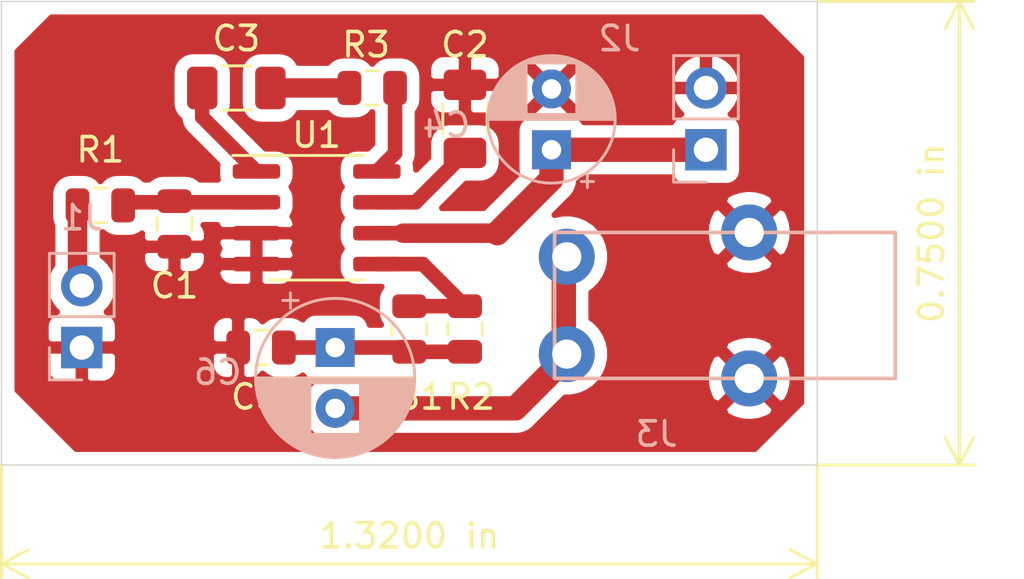
<source format=kicad_pcb>
(kicad_pcb (version 20171130) (host pcbnew 5.1.5-52549c5~84~ubuntu18.04.1)

  (general
    (thickness 1.6)
    (drawings 8)
    (tracks 28)
    (zones 0)
    (modules 14)
    (nets 12)
  )

  (page A4)
  (layers
    (0 F.Cu signal)
    (31 B.Cu signal)
    (32 B.Adhes user)
    (33 F.Adhes user)
    (34 B.Paste user)
    (35 F.Paste user)
    (36 B.SilkS user)
    (37 F.SilkS user)
    (38 B.Mask user)
    (39 F.Mask user)
    (40 Dwgs.User user)
    (41 Cmts.User user)
    (42 Eco1.User user)
    (43 Eco2.User user)
    (44 Edge.Cuts user)
    (45 Margin user)
    (46 B.CrtYd user)
    (47 F.CrtYd user)
    (48 B.Fab user hide)
    (49 F.Fab user hide)
  )

  (setup
    (last_trace_width 0.25)
    (user_trace_width 0.25)
    (user_trace_width 0.3)
    (user_trace_width 0.35)
    (user_trace_width 0.4)
    (user_trace_width 0.6)
    (user_trace_width 1)
    (user_trace_width 1.2)
    (user_trace_width 1.5)
    (trace_clearance 0.2)
    (zone_clearance 0.508)
    (zone_45_only yes)
    (trace_min 0.2)
    (via_size 0.8)
    (via_drill 0.4)
    (via_min_size 0.4)
    (via_min_drill 0.3)
    (uvia_size 0.3)
    (uvia_drill 0.1)
    (uvias_allowed no)
    (uvia_min_size 0.2)
    (uvia_min_drill 0.1)
    (edge_width 0.05)
    (segment_width 0.2)
    (pcb_text_width 0.3)
    (pcb_text_size 1.5 1.5)
    (mod_edge_width 0.12)
    (mod_text_size 1 1)
    (mod_text_width 0.15)
    (pad_size 1.524 1.524)
    (pad_drill 0.762)
    (pad_to_mask_clearance 0.051)
    (solder_mask_min_width 0.25)
    (aux_axis_origin 0 0)
    (grid_origin 104.394 76.2)
    (visible_elements FFFFFF7F)
    (pcbplotparams
      (layerselection 0x010fc_ffffffff)
      (usegerberextensions false)
      (usegerberattributes false)
      (usegerberadvancedattributes false)
      (creategerberjobfile false)
      (excludeedgelayer true)
      (linewidth 0.100000)
      (plotframeref false)
      (viasonmask false)
      (mode 1)
      (useauxorigin false)
      (hpglpennumber 1)
      (hpglpenspeed 20)
      (hpglpendiameter 15.000000)
      (psnegative false)
      (psa4output false)
      (plotreference true)
      (plotvalue true)
      (plotinvisibletext false)
      (padsonsilk false)
      (subtractmaskfromsilk false)
      (outputformat 1)
      (mirror false)
      (drillshape 1)
      (scaleselection 1)
      (outputdirectory ""))
  )

  (net 0 "")
  (net 1 GND)
  (net 2 "Net-(C1-Pad1)")
  (net 3 "Net-(C2-Pad1)")
  (net 4 "Net-(C3-Pad2)")
  (net 5 "Net-(C3-Pad1)")
  (net 6 "Net-(C4-Pad1)")
  (net 7 "Net-(C5-Pad1)")
  (net 8 "Net-(C6-Pad2)")
  (net 9 "Net-(FB1-Pad2)")
  (net 10 "Net-(J1-Pad2)")
  (net 11 "Net-(R3-Pad2)")

  (net_class Default "Это класс цепей по умолчанию."
    (clearance 0.2)
    (trace_width 0.25)
    (via_dia 0.8)
    (via_drill 0.4)
    (uvia_dia 0.3)
    (uvia_drill 0.1)
    (add_net "Net-(C1-Pad1)")
    (add_net "Net-(C2-Pad1)")
    (add_net "Net-(C3-Pad1)")
    (add_net "Net-(C3-Pad2)")
    (add_net "Net-(C5-Pad1)")
    (add_net "Net-(C6-Pad2)")
    (add_net "Net-(FB1-Pad2)")
    (add_net "Net-(J1-Pad2)")
    (add_net "Net-(R3-Pad2)")
  )

  (net_class power ""
    (clearance 0.2)
    (trace_width 0.4)
    (via_dia 0.8)
    (via_drill 0.4)
    (uvia_dia 0.3)
    (uvia_drill 0.1)
    (add_net GND)
    (add_net "Net-(C4-Pad1)")
  )

  (module "AM_Radio:ST-025 audio_jack" (layer B.Cu) (tedit 5E0A3CA9) (tstamp 5DC317C5)
    (at 135.128 72.644 180)
    (path /5DBC7FBE)
    (fp_text reference J3 (at 3.81 -2.286) (layer B.SilkS)
      (effects (font (size 1 1) (thickness 0.15)) (justify mirror))
    )
    (fp_text value ST-025 (at 0.1 -14.05) (layer B.Fab)
      (effects (font (size 1 1) (thickness 0.15)) (justify mirror))
    )
    (fp_line (start 8 0) (end -6 0) (layer B.SilkS) (width 0.15))
    (fp_line (start 8 6) (end 8 0) (layer B.SilkS) (width 0.15))
    (fp_line (start -6 6) (end 8 6) (layer B.SilkS) (width 0.15))
    (fp_line (start -6 0) (end -6 6) (layer B.SilkS) (width 0.15))
    (fp_text user %R (at 0.1 -3.8 270) (layer B.Fab)
      (effects (font (size 1 1) (thickness 0.15)) (justify mirror))
    )
    (pad R thru_hole circle (at 7.5 1 180) (size 2.3 2.3) (drill 1.2) (layers *.Cu *.Mask)
      (net 8 "Net-(C6-Pad2)"))
    (pad T thru_hole circle (at 7.5 5 180) (size 2.3 2.3) (drill 1.2) (layers *.Cu *.Mask)
      (net 8 "Net-(C6-Pad2)"))
    (pad S thru_hole circle (at 0 6 180) (size 2.3 2.3) (drill 1.2) (layers *.Cu *.Mask)
      (net 1 GND))
    (pad S thru_hole circle (at 0 0 180) (size 2.3 2.3) (drill 1.2) (layers *.Cu *.Mask)
      (net 1 GND))
  )

  (module Connector_PinHeader_2.54mm:PinHeader_1x02_P2.54mm_Vertical (layer B.Cu) (tedit 59FED5CC) (tstamp 5DD5C82A)
    (at 133.35 63.246)
    (descr "Through hole straight pin header, 1x02, 2.54mm pitch, single row")
    (tags "Through hole pin header THT 1x02 2.54mm single row")
    (path /5DBCBE14)
    (fp_text reference J2 (at -3.556 -4.572) (layer B.SilkS)
      (effects (font (size 1 1) (thickness 0.15)) (justify mirror))
    )
    (fp_text value Screw_Terminal_01x02 (at 0 -4.87) (layer B.Fab)
      (effects (font (size 1 1) (thickness 0.15)) (justify mirror))
    )
    (fp_text user %R (at 0 -1.27 -90) (layer B.Fab)
      (effects (font (size 1 1) (thickness 0.15)) (justify mirror))
    )
    (fp_line (start 1.8 1.8) (end -1.8 1.8) (layer B.CrtYd) (width 0.05))
    (fp_line (start 1.8 -4.35) (end 1.8 1.8) (layer B.CrtYd) (width 0.05))
    (fp_line (start -1.8 -4.35) (end 1.8 -4.35) (layer B.CrtYd) (width 0.05))
    (fp_line (start -1.8 1.8) (end -1.8 -4.35) (layer B.CrtYd) (width 0.05))
    (fp_line (start -1.33 1.33) (end 0 1.33) (layer B.SilkS) (width 0.12))
    (fp_line (start -1.33 0) (end -1.33 1.33) (layer B.SilkS) (width 0.12))
    (fp_line (start -1.33 -1.27) (end 1.33 -1.27) (layer B.SilkS) (width 0.12))
    (fp_line (start 1.33 -1.27) (end 1.33 -3.87) (layer B.SilkS) (width 0.12))
    (fp_line (start -1.33 -1.27) (end -1.33 -3.87) (layer B.SilkS) (width 0.12))
    (fp_line (start -1.33 -3.87) (end 1.33 -3.87) (layer B.SilkS) (width 0.12))
    (fp_line (start -1.27 0.635) (end -0.635 1.27) (layer B.Fab) (width 0.1))
    (fp_line (start -1.27 -3.81) (end -1.27 0.635) (layer B.Fab) (width 0.1))
    (fp_line (start 1.27 -3.81) (end -1.27 -3.81) (layer B.Fab) (width 0.1))
    (fp_line (start 1.27 1.27) (end 1.27 -3.81) (layer B.Fab) (width 0.1))
    (fp_line (start -0.635 1.27) (end 1.27 1.27) (layer B.Fab) (width 0.1))
    (pad 2 thru_hole oval (at 0 -2.54) (size 1.7 1.7) (drill 1) (layers *.Cu *.Mask)
      (net 1 GND))
    (pad 1 thru_hole rect (at 0 0) (size 1.7 1.7) (drill 1) (layers *.Cu *.Mask)
      (net 6 "Net-(C4-Pad1)"))
    (model ${KISYS3DMOD}/Connector_PinHeader_2.54mm.3dshapes/PinHeader_1x02_P2.54mm_Vertical.wrl
      (at (xyz 0 0 0))
      (scale (xyz 1 1 1))
      (rotate (xyz 0 0 0))
    )
  )

  (module Connector_PinHeader_2.54mm:PinHeader_1x02_P2.54mm_Vertical (layer B.Cu) (tedit 59FED5CC) (tstamp 5DC844C3)
    (at 107.696 71.374)
    (descr "Through hole straight pin header, 1x02, 2.54mm pitch, single row")
    (tags "Through hole pin header THT 1x02 2.54mm single row")
    (path /5DBCD20D)
    (fp_text reference J1 (at 0 -5.334) (layer B.SilkS)
      (effects (font (size 1 1) (thickness 0.15)) (justify mirror))
    )
    (fp_text value Screw_Terminal_01x02 (at 0 -4.87) (layer B.Fab)
      (effects (font (size 1 1) (thickness 0.15)) (justify mirror))
    )
    (fp_line (start -0.635 1.27) (end 1.27 1.27) (layer B.Fab) (width 0.1))
    (fp_line (start 1.27 1.27) (end 1.27 -3.81) (layer B.Fab) (width 0.1))
    (fp_line (start 1.27 -3.81) (end -1.27 -3.81) (layer B.Fab) (width 0.1))
    (fp_line (start -1.27 -3.81) (end -1.27 0.635) (layer B.Fab) (width 0.1))
    (fp_line (start -1.27 0.635) (end -0.635 1.27) (layer B.Fab) (width 0.1))
    (fp_line (start -1.33 -3.87) (end 1.33 -3.87) (layer B.SilkS) (width 0.12))
    (fp_line (start -1.33 -1.27) (end -1.33 -3.87) (layer B.SilkS) (width 0.12))
    (fp_line (start 1.33 -1.27) (end 1.33 -3.87) (layer B.SilkS) (width 0.12))
    (fp_line (start -1.33 -1.27) (end 1.33 -1.27) (layer B.SilkS) (width 0.12))
    (fp_line (start -1.33 0) (end -1.33 1.33) (layer B.SilkS) (width 0.12))
    (fp_line (start -1.33 1.33) (end 0 1.33) (layer B.SilkS) (width 0.12))
    (fp_line (start -1.8 1.8) (end -1.8 -4.35) (layer B.CrtYd) (width 0.05))
    (fp_line (start -1.8 -4.35) (end 1.8 -4.35) (layer B.CrtYd) (width 0.05))
    (fp_line (start 1.8 -4.35) (end 1.8 1.8) (layer B.CrtYd) (width 0.05))
    (fp_line (start 1.8 1.8) (end -1.8 1.8) (layer B.CrtYd) (width 0.05))
    (fp_text user %R (at 0 -1.27 -90) (layer B.Fab)
      (effects (font (size 1 1) (thickness 0.15)) (justify mirror))
    )
    (pad 1 thru_hole rect (at 0 0) (size 1.7 1.7) (drill 1) (layers *.Cu *.Mask)
      (net 1 GND))
    (pad 2 thru_hole oval (at 0 -2.54) (size 1.7 1.7) (drill 1) (layers *.Cu *.Mask)
      (net 10 "Net-(J1-Pad2)"))
    (model ${KISYS3DMOD}/Connector_PinHeader_2.54mm.3dshapes/PinHeader_1x02_P2.54mm_Vertical.wrl
      (at (xyz 0 0 0))
      (scale (xyz 1 1 1))
      (rotate (xyz 0 0 0))
    )
  )

  (module Capacitor_THT:CP_Radial_D5.0mm_P2.50mm (layer B.Cu) (tedit 5AE50EF0) (tstamp 5DD06FAF)
    (at 127 63.246 90)
    (descr "CP, Radial series, Radial, pin pitch=2.50mm, , diameter=5mm, Electrolytic Capacitor")
    (tags "CP Radial series Radial pin pitch 2.50mm  diameter 5mm Electrolytic Capacitor")
    (path /5DBD2382)
    (fp_text reference C4 (at 1.016 -4.318) (layer B.SilkS)
      (effects (font (size 1 1) (thickness 0.15)) (justify mirror))
    )
    (fp_text value 220uF (at 1.25 -3.75 90) (layer B.Fab)
      (effects (font (size 1 1) (thickness 0.15)) (justify mirror))
    )
    (fp_circle (center 1.25 0) (end 3.75 0) (layer B.Fab) (width 0.1))
    (fp_circle (center 1.25 0) (end 3.87 0) (layer B.SilkS) (width 0.12))
    (fp_circle (center 1.25 0) (end 4 0) (layer B.CrtYd) (width 0.05))
    (fp_line (start -0.883605 1.0875) (end -0.383605 1.0875) (layer B.Fab) (width 0.1))
    (fp_line (start -0.633605 1.3375) (end -0.633605 0.8375) (layer B.Fab) (width 0.1))
    (fp_line (start 1.25 2.58) (end 1.25 -2.58) (layer B.SilkS) (width 0.12))
    (fp_line (start 1.29 2.58) (end 1.29 -2.58) (layer B.SilkS) (width 0.12))
    (fp_line (start 1.33 2.579) (end 1.33 -2.579) (layer B.SilkS) (width 0.12))
    (fp_line (start 1.37 2.578) (end 1.37 -2.578) (layer B.SilkS) (width 0.12))
    (fp_line (start 1.41 2.576) (end 1.41 -2.576) (layer B.SilkS) (width 0.12))
    (fp_line (start 1.45 2.573) (end 1.45 -2.573) (layer B.SilkS) (width 0.12))
    (fp_line (start 1.49 2.569) (end 1.49 1.04) (layer B.SilkS) (width 0.12))
    (fp_line (start 1.49 -1.04) (end 1.49 -2.569) (layer B.SilkS) (width 0.12))
    (fp_line (start 1.53 2.565) (end 1.53 1.04) (layer B.SilkS) (width 0.12))
    (fp_line (start 1.53 -1.04) (end 1.53 -2.565) (layer B.SilkS) (width 0.12))
    (fp_line (start 1.57 2.561) (end 1.57 1.04) (layer B.SilkS) (width 0.12))
    (fp_line (start 1.57 -1.04) (end 1.57 -2.561) (layer B.SilkS) (width 0.12))
    (fp_line (start 1.61 2.556) (end 1.61 1.04) (layer B.SilkS) (width 0.12))
    (fp_line (start 1.61 -1.04) (end 1.61 -2.556) (layer B.SilkS) (width 0.12))
    (fp_line (start 1.65 2.55) (end 1.65 1.04) (layer B.SilkS) (width 0.12))
    (fp_line (start 1.65 -1.04) (end 1.65 -2.55) (layer B.SilkS) (width 0.12))
    (fp_line (start 1.69 2.543) (end 1.69 1.04) (layer B.SilkS) (width 0.12))
    (fp_line (start 1.69 -1.04) (end 1.69 -2.543) (layer B.SilkS) (width 0.12))
    (fp_line (start 1.73 2.536) (end 1.73 1.04) (layer B.SilkS) (width 0.12))
    (fp_line (start 1.73 -1.04) (end 1.73 -2.536) (layer B.SilkS) (width 0.12))
    (fp_line (start 1.77 2.528) (end 1.77 1.04) (layer B.SilkS) (width 0.12))
    (fp_line (start 1.77 -1.04) (end 1.77 -2.528) (layer B.SilkS) (width 0.12))
    (fp_line (start 1.81 2.52) (end 1.81 1.04) (layer B.SilkS) (width 0.12))
    (fp_line (start 1.81 -1.04) (end 1.81 -2.52) (layer B.SilkS) (width 0.12))
    (fp_line (start 1.85 2.511) (end 1.85 1.04) (layer B.SilkS) (width 0.12))
    (fp_line (start 1.85 -1.04) (end 1.85 -2.511) (layer B.SilkS) (width 0.12))
    (fp_line (start 1.89 2.501) (end 1.89 1.04) (layer B.SilkS) (width 0.12))
    (fp_line (start 1.89 -1.04) (end 1.89 -2.501) (layer B.SilkS) (width 0.12))
    (fp_line (start 1.93 2.491) (end 1.93 1.04) (layer B.SilkS) (width 0.12))
    (fp_line (start 1.93 -1.04) (end 1.93 -2.491) (layer B.SilkS) (width 0.12))
    (fp_line (start 1.971 2.48) (end 1.971 1.04) (layer B.SilkS) (width 0.12))
    (fp_line (start 1.971 -1.04) (end 1.971 -2.48) (layer B.SilkS) (width 0.12))
    (fp_line (start 2.011 2.468) (end 2.011 1.04) (layer B.SilkS) (width 0.12))
    (fp_line (start 2.011 -1.04) (end 2.011 -2.468) (layer B.SilkS) (width 0.12))
    (fp_line (start 2.051 2.455) (end 2.051 1.04) (layer B.SilkS) (width 0.12))
    (fp_line (start 2.051 -1.04) (end 2.051 -2.455) (layer B.SilkS) (width 0.12))
    (fp_line (start 2.091 2.442) (end 2.091 1.04) (layer B.SilkS) (width 0.12))
    (fp_line (start 2.091 -1.04) (end 2.091 -2.442) (layer B.SilkS) (width 0.12))
    (fp_line (start 2.131 2.428) (end 2.131 1.04) (layer B.SilkS) (width 0.12))
    (fp_line (start 2.131 -1.04) (end 2.131 -2.428) (layer B.SilkS) (width 0.12))
    (fp_line (start 2.171 2.414) (end 2.171 1.04) (layer B.SilkS) (width 0.12))
    (fp_line (start 2.171 -1.04) (end 2.171 -2.414) (layer B.SilkS) (width 0.12))
    (fp_line (start 2.211 2.398) (end 2.211 1.04) (layer B.SilkS) (width 0.12))
    (fp_line (start 2.211 -1.04) (end 2.211 -2.398) (layer B.SilkS) (width 0.12))
    (fp_line (start 2.251 2.382) (end 2.251 1.04) (layer B.SilkS) (width 0.12))
    (fp_line (start 2.251 -1.04) (end 2.251 -2.382) (layer B.SilkS) (width 0.12))
    (fp_line (start 2.291 2.365) (end 2.291 1.04) (layer B.SilkS) (width 0.12))
    (fp_line (start 2.291 -1.04) (end 2.291 -2.365) (layer B.SilkS) (width 0.12))
    (fp_line (start 2.331 2.348) (end 2.331 1.04) (layer B.SilkS) (width 0.12))
    (fp_line (start 2.331 -1.04) (end 2.331 -2.348) (layer B.SilkS) (width 0.12))
    (fp_line (start 2.371 2.329) (end 2.371 1.04) (layer B.SilkS) (width 0.12))
    (fp_line (start 2.371 -1.04) (end 2.371 -2.329) (layer B.SilkS) (width 0.12))
    (fp_line (start 2.411 2.31) (end 2.411 1.04) (layer B.SilkS) (width 0.12))
    (fp_line (start 2.411 -1.04) (end 2.411 -2.31) (layer B.SilkS) (width 0.12))
    (fp_line (start 2.451 2.29) (end 2.451 1.04) (layer B.SilkS) (width 0.12))
    (fp_line (start 2.451 -1.04) (end 2.451 -2.29) (layer B.SilkS) (width 0.12))
    (fp_line (start 2.491 2.268) (end 2.491 1.04) (layer B.SilkS) (width 0.12))
    (fp_line (start 2.491 -1.04) (end 2.491 -2.268) (layer B.SilkS) (width 0.12))
    (fp_line (start 2.531 2.247) (end 2.531 1.04) (layer B.SilkS) (width 0.12))
    (fp_line (start 2.531 -1.04) (end 2.531 -2.247) (layer B.SilkS) (width 0.12))
    (fp_line (start 2.571 2.224) (end 2.571 1.04) (layer B.SilkS) (width 0.12))
    (fp_line (start 2.571 -1.04) (end 2.571 -2.224) (layer B.SilkS) (width 0.12))
    (fp_line (start 2.611 2.2) (end 2.611 1.04) (layer B.SilkS) (width 0.12))
    (fp_line (start 2.611 -1.04) (end 2.611 -2.2) (layer B.SilkS) (width 0.12))
    (fp_line (start 2.651 2.175) (end 2.651 1.04) (layer B.SilkS) (width 0.12))
    (fp_line (start 2.651 -1.04) (end 2.651 -2.175) (layer B.SilkS) (width 0.12))
    (fp_line (start 2.691 2.149) (end 2.691 1.04) (layer B.SilkS) (width 0.12))
    (fp_line (start 2.691 -1.04) (end 2.691 -2.149) (layer B.SilkS) (width 0.12))
    (fp_line (start 2.731 2.122) (end 2.731 1.04) (layer B.SilkS) (width 0.12))
    (fp_line (start 2.731 -1.04) (end 2.731 -2.122) (layer B.SilkS) (width 0.12))
    (fp_line (start 2.771 2.095) (end 2.771 1.04) (layer B.SilkS) (width 0.12))
    (fp_line (start 2.771 -1.04) (end 2.771 -2.095) (layer B.SilkS) (width 0.12))
    (fp_line (start 2.811 2.065) (end 2.811 1.04) (layer B.SilkS) (width 0.12))
    (fp_line (start 2.811 -1.04) (end 2.811 -2.065) (layer B.SilkS) (width 0.12))
    (fp_line (start 2.851 2.035) (end 2.851 1.04) (layer B.SilkS) (width 0.12))
    (fp_line (start 2.851 -1.04) (end 2.851 -2.035) (layer B.SilkS) (width 0.12))
    (fp_line (start 2.891 2.004) (end 2.891 1.04) (layer B.SilkS) (width 0.12))
    (fp_line (start 2.891 -1.04) (end 2.891 -2.004) (layer B.SilkS) (width 0.12))
    (fp_line (start 2.931 1.971) (end 2.931 1.04) (layer B.SilkS) (width 0.12))
    (fp_line (start 2.931 -1.04) (end 2.931 -1.971) (layer B.SilkS) (width 0.12))
    (fp_line (start 2.971 1.937) (end 2.971 1.04) (layer B.SilkS) (width 0.12))
    (fp_line (start 2.971 -1.04) (end 2.971 -1.937) (layer B.SilkS) (width 0.12))
    (fp_line (start 3.011 1.901) (end 3.011 1.04) (layer B.SilkS) (width 0.12))
    (fp_line (start 3.011 -1.04) (end 3.011 -1.901) (layer B.SilkS) (width 0.12))
    (fp_line (start 3.051 1.864) (end 3.051 1.04) (layer B.SilkS) (width 0.12))
    (fp_line (start 3.051 -1.04) (end 3.051 -1.864) (layer B.SilkS) (width 0.12))
    (fp_line (start 3.091 1.826) (end 3.091 1.04) (layer B.SilkS) (width 0.12))
    (fp_line (start 3.091 -1.04) (end 3.091 -1.826) (layer B.SilkS) (width 0.12))
    (fp_line (start 3.131 1.785) (end 3.131 1.04) (layer B.SilkS) (width 0.12))
    (fp_line (start 3.131 -1.04) (end 3.131 -1.785) (layer B.SilkS) (width 0.12))
    (fp_line (start 3.171 1.743) (end 3.171 1.04) (layer B.SilkS) (width 0.12))
    (fp_line (start 3.171 -1.04) (end 3.171 -1.743) (layer B.SilkS) (width 0.12))
    (fp_line (start 3.211 1.699) (end 3.211 1.04) (layer B.SilkS) (width 0.12))
    (fp_line (start 3.211 -1.04) (end 3.211 -1.699) (layer B.SilkS) (width 0.12))
    (fp_line (start 3.251 1.653) (end 3.251 1.04) (layer B.SilkS) (width 0.12))
    (fp_line (start 3.251 -1.04) (end 3.251 -1.653) (layer B.SilkS) (width 0.12))
    (fp_line (start 3.291 1.605) (end 3.291 1.04) (layer B.SilkS) (width 0.12))
    (fp_line (start 3.291 -1.04) (end 3.291 -1.605) (layer B.SilkS) (width 0.12))
    (fp_line (start 3.331 1.554) (end 3.331 1.04) (layer B.SilkS) (width 0.12))
    (fp_line (start 3.331 -1.04) (end 3.331 -1.554) (layer B.SilkS) (width 0.12))
    (fp_line (start 3.371 1.5) (end 3.371 1.04) (layer B.SilkS) (width 0.12))
    (fp_line (start 3.371 -1.04) (end 3.371 -1.5) (layer B.SilkS) (width 0.12))
    (fp_line (start 3.411 1.443) (end 3.411 1.04) (layer B.SilkS) (width 0.12))
    (fp_line (start 3.411 -1.04) (end 3.411 -1.443) (layer B.SilkS) (width 0.12))
    (fp_line (start 3.451 1.383) (end 3.451 1.04) (layer B.SilkS) (width 0.12))
    (fp_line (start 3.451 -1.04) (end 3.451 -1.383) (layer B.SilkS) (width 0.12))
    (fp_line (start 3.491 1.319) (end 3.491 1.04) (layer B.SilkS) (width 0.12))
    (fp_line (start 3.491 -1.04) (end 3.491 -1.319) (layer B.SilkS) (width 0.12))
    (fp_line (start 3.531 1.251) (end 3.531 1.04) (layer B.SilkS) (width 0.12))
    (fp_line (start 3.531 -1.04) (end 3.531 -1.251) (layer B.SilkS) (width 0.12))
    (fp_line (start 3.571 1.178) (end 3.571 -1.178) (layer B.SilkS) (width 0.12))
    (fp_line (start 3.611 1.098) (end 3.611 -1.098) (layer B.SilkS) (width 0.12))
    (fp_line (start 3.651 1.011) (end 3.651 -1.011) (layer B.SilkS) (width 0.12))
    (fp_line (start 3.691 0.915) (end 3.691 -0.915) (layer B.SilkS) (width 0.12))
    (fp_line (start 3.731 0.805) (end 3.731 -0.805) (layer B.SilkS) (width 0.12))
    (fp_line (start 3.771 0.677) (end 3.771 -0.677) (layer B.SilkS) (width 0.12))
    (fp_line (start 3.811 0.518) (end 3.811 -0.518) (layer B.SilkS) (width 0.12))
    (fp_line (start 3.851 0.284) (end 3.851 -0.284) (layer B.SilkS) (width 0.12))
    (fp_line (start -1.554775 1.475) (end -1.054775 1.475) (layer B.SilkS) (width 0.12))
    (fp_line (start -1.304775 1.725) (end -1.304775 1.225) (layer B.SilkS) (width 0.12))
    (fp_text user %R (at 1.25 0 90) (layer B.Fab)
      (effects (font (size 1 1) (thickness 0.15)) (justify mirror))
    )
    (pad 1 thru_hole rect (at 0 0 90) (size 1.6 1.6) (drill 0.8) (layers *.Cu *.Mask)
      (net 6 "Net-(C4-Pad1)"))
    (pad 2 thru_hole circle (at 2.5 0 90) (size 1.6 1.6) (drill 0.8) (layers *.Cu *.Mask)
      (net 1 GND))
    (model ${KISYS3DMOD}/Capacitor_THT.3dshapes/CP_Radial_D5.0mm_P2.50mm.wrl
      (at (xyz 0 0 0))
      (scale (xyz 1 1 1))
      (rotate (xyz 0 0 0))
    )
  )

  (module Capacitor_THT:CP_Radial_D6.3mm_P2.50mm (layer B.Cu) (tedit 5AE50EF0) (tstamp 5DD06F1C)
    (at 118.11 71.374 270)
    (descr "CP, Radial series, Radial, pin pitch=2.50mm, , diameter=6.3mm, Electrolytic Capacitor")
    (tags "CP Radial series Radial pin pitch 2.50mm  diameter 6.3mm Electrolytic Capacitor")
    (path /5DBD57DE)
    (fp_text reference C6 (at 1.016 4.826) (layer B.SilkS)
      (effects (font (size 1 1) (thickness 0.15)) (justify mirror))
    )
    (fp_text value 220uF (at 1.25 -4.4 270) (layer B.Fab)
      (effects (font (size 1 1) (thickness 0.15)) (justify mirror))
    )
    (fp_circle (center 1.25 0) (end 4.4 0) (layer B.Fab) (width 0.1))
    (fp_circle (center 1.25 0) (end 4.52 0) (layer B.SilkS) (width 0.12))
    (fp_circle (center 1.25 0) (end 4.65 0) (layer B.CrtYd) (width 0.05))
    (fp_line (start -1.443972 1.3735) (end -0.813972 1.3735) (layer B.Fab) (width 0.1))
    (fp_line (start -1.128972 1.6885) (end -1.128972 1.0585) (layer B.Fab) (width 0.1))
    (fp_line (start 1.25 3.23) (end 1.25 -3.23) (layer B.SilkS) (width 0.12))
    (fp_line (start 1.29 3.23) (end 1.29 -3.23) (layer B.SilkS) (width 0.12))
    (fp_line (start 1.33 3.23) (end 1.33 -3.23) (layer B.SilkS) (width 0.12))
    (fp_line (start 1.37 3.228) (end 1.37 -3.228) (layer B.SilkS) (width 0.12))
    (fp_line (start 1.41 3.227) (end 1.41 -3.227) (layer B.SilkS) (width 0.12))
    (fp_line (start 1.45 3.224) (end 1.45 -3.224) (layer B.SilkS) (width 0.12))
    (fp_line (start 1.49 3.222) (end 1.49 1.04) (layer B.SilkS) (width 0.12))
    (fp_line (start 1.49 -1.04) (end 1.49 -3.222) (layer B.SilkS) (width 0.12))
    (fp_line (start 1.53 3.218) (end 1.53 1.04) (layer B.SilkS) (width 0.12))
    (fp_line (start 1.53 -1.04) (end 1.53 -3.218) (layer B.SilkS) (width 0.12))
    (fp_line (start 1.57 3.215) (end 1.57 1.04) (layer B.SilkS) (width 0.12))
    (fp_line (start 1.57 -1.04) (end 1.57 -3.215) (layer B.SilkS) (width 0.12))
    (fp_line (start 1.61 3.211) (end 1.61 1.04) (layer B.SilkS) (width 0.12))
    (fp_line (start 1.61 -1.04) (end 1.61 -3.211) (layer B.SilkS) (width 0.12))
    (fp_line (start 1.65 3.206) (end 1.65 1.04) (layer B.SilkS) (width 0.12))
    (fp_line (start 1.65 -1.04) (end 1.65 -3.206) (layer B.SilkS) (width 0.12))
    (fp_line (start 1.69 3.201) (end 1.69 1.04) (layer B.SilkS) (width 0.12))
    (fp_line (start 1.69 -1.04) (end 1.69 -3.201) (layer B.SilkS) (width 0.12))
    (fp_line (start 1.73 3.195) (end 1.73 1.04) (layer B.SilkS) (width 0.12))
    (fp_line (start 1.73 -1.04) (end 1.73 -3.195) (layer B.SilkS) (width 0.12))
    (fp_line (start 1.77 3.189) (end 1.77 1.04) (layer B.SilkS) (width 0.12))
    (fp_line (start 1.77 -1.04) (end 1.77 -3.189) (layer B.SilkS) (width 0.12))
    (fp_line (start 1.81 3.182) (end 1.81 1.04) (layer B.SilkS) (width 0.12))
    (fp_line (start 1.81 -1.04) (end 1.81 -3.182) (layer B.SilkS) (width 0.12))
    (fp_line (start 1.85 3.175) (end 1.85 1.04) (layer B.SilkS) (width 0.12))
    (fp_line (start 1.85 -1.04) (end 1.85 -3.175) (layer B.SilkS) (width 0.12))
    (fp_line (start 1.89 3.167) (end 1.89 1.04) (layer B.SilkS) (width 0.12))
    (fp_line (start 1.89 -1.04) (end 1.89 -3.167) (layer B.SilkS) (width 0.12))
    (fp_line (start 1.93 3.159) (end 1.93 1.04) (layer B.SilkS) (width 0.12))
    (fp_line (start 1.93 -1.04) (end 1.93 -3.159) (layer B.SilkS) (width 0.12))
    (fp_line (start 1.971 3.15) (end 1.971 1.04) (layer B.SilkS) (width 0.12))
    (fp_line (start 1.971 -1.04) (end 1.971 -3.15) (layer B.SilkS) (width 0.12))
    (fp_line (start 2.011 3.141) (end 2.011 1.04) (layer B.SilkS) (width 0.12))
    (fp_line (start 2.011 -1.04) (end 2.011 -3.141) (layer B.SilkS) (width 0.12))
    (fp_line (start 2.051 3.131) (end 2.051 1.04) (layer B.SilkS) (width 0.12))
    (fp_line (start 2.051 -1.04) (end 2.051 -3.131) (layer B.SilkS) (width 0.12))
    (fp_line (start 2.091 3.121) (end 2.091 1.04) (layer B.SilkS) (width 0.12))
    (fp_line (start 2.091 -1.04) (end 2.091 -3.121) (layer B.SilkS) (width 0.12))
    (fp_line (start 2.131 3.11) (end 2.131 1.04) (layer B.SilkS) (width 0.12))
    (fp_line (start 2.131 -1.04) (end 2.131 -3.11) (layer B.SilkS) (width 0.12))
    (fp_line (start 2.171 3.098) (end 2.171 1.04) (layer B.SilkS) (width 0.12))
    (fp_line (start 2.171 -1.04) (end 2.171 -3.098) (layer B.SilkS) (width 0.12))
    (fp_line (start 2.211 3.086) (end 2.211 1.04) (layer B.SilkS) (width 0.12))
    (fp_line (start 2.211 -1.04) (end 2.211 -3.086) (layer B.SilkS) (width 0.12))
    (fp_line (start 2.251 3.074) (end 2.251 1.04) (layer B.SilkS) (width 0.12))
    (fp_line (start 2.251 -1.04) (end 2.251 -3.074) (layer B.SilkS) (width 0.12))
    (fp_line (start 2.291 3.061) (end 2.291 1.04) (layer B.SilkS) (width 0.12))
    (fp_line (start 2.291 -1.04) (end 2.291 -3.061) (layer B.SilkS) (width 0.12))
    (fp_line (start 2.331 3.047) (end 2.331 1.04) (layer B.SilkS) (width 0.12))
    (fp_line (start 2.331 -1.04) (end 2.331 -3.047) (layer B.SilkS) (width 0.12))
    (fp_line (start 2.371 3.033) (end 2.371 1.04) (layer B.SilkS) (width 0.12))
    (fp_line (start 2.371 -1.04) (end 2.371 -3.033) (layer B.SilkS) (width 0.12))
    (fp_line (start 2.411 3.018) (end 2.411 1.04) (layer B.SilkS) (width 0.12))
    (fp_line (start 2.411 -1.04) (end 2.411 -3.018) (layer B.SilkS) (width 0.12))
    (fp_line (start 2.451 3.002) (end 2.451 1.04) (layer B.SilkS) (width 0.12))
    (fp_line (start 2.451 -1.04) (end 2.451 -3.002) (layer B.SilkS) (width 0.12))
    (fp_line (start 2.491 2.986) (end 2.491 1.04) (layer B.SilkS) (width 0.12))
    (fp_line (start 2.491 -1.04) (end 2.491 -2.986) (layer B.SilkS) (width 0.12))
    (fp_line (start 2.531 2.97) (end 2.531 1.04) (layer B.SilkS) (width 0.12))
    (fp_line (start 2.531 -1.04) (end 2.531 -2.97) (layer B.SilkS) (width 0.12))
    (fp_line (start 2.571 2.952) (end 2.571 1.04) (layer B.SilkS) (width 0.12))
    (fp_line (start 2.571 -1.04) (end 2.571 -2.952) (layer B.SilkS) (width 0.12))
    (fp_line (start 2.611 2.934) (end 2.611 1.04) (layer B.SilkS) (width 0.12))
    (fp_line (start 2.611 -1.04) (end 2.611 -2.934) (layer B.SilkS) (width 0.12))
    (fp_line (start 2.651 2.916) (end 2.651 1.04) (layer B.SilkS) (width 0.12))
    (fp_line (start 2.651 -1.04) (end 2.651 -2.916) (layer B.SilkS) (width 0.12))
    (fp_line (start 2.691 2.896) (end 2.691 1.04) (layer B.SilkS) (width 0.12))
    (fp_line (start 2.691 -1.04) (end 2.691 -2.896) (layer B.SilkS) (width 0.12))
    (fp_line (start 2.731 2.876) (end 2.731 1.04) (layer B.SilkS) (width 0.12))
    (fp_line (start 2.731 -1.04) (end 2.731 -2.876) (layer B.SilkS) (width 0.12))
    (fp_line (start 2.771 2.856) (end 2.771 1.04) (layer B.SilkS) (width 0.12))
    (fp_line (start 2.771 -1.04) (end 2.771 -2.856) (layer B.SilkS) (width 0.12))
    (fp_line (start 2.811 2.834) (end 2.811 1.04) (layer B.SilkS) (width 0.12))
    (fp_line (start 2.811 -1.04) (end 2.811 -2.834) (layer B.SilkS) (width 0.12))
    (fp_line (start 2.851 2.812) (end 2.851 1.04) (layer B.SilkS) (width 0.12))
    (fp_line (start 2.851 -1.04) (end 2.851 -2.812) (layer B.SilkS) (width 0.12))
    (fp_line (start 2.891 2.79) (end 2.891 1.04) (layer B.SilkS) (width 0.12))
    (fp_line (start 2.891 -1.04) (end 2.891 -2.79) (layer B.SilkS) (width 0.12))
    (fp_line (start 2.931 2.766) (end 2.931 1.04) (layer B.SilkS) (width 0.12))
    (fp_line (start 2.931 -1.04) (end 2.931 -2.766) (layer B.SilkS) (width 0.12))
    (fp_line (start 2.971 2.742) (end 2.971 1.04) (layer B.SilkS) (width 0.12))
    (fp_line (start 2.971 -1.04) (end 2.971 -2.742) (layer B.SilkS) (width 0.12))
    (fp_line (start 3.011 2.716) (end 3.011 1.04) (layer B.SilkS) (width 0.12))
    (fp_line (start 3.011 -1.04) (end 3.011 -2.716) (layer B.SilkS) (width 0.12))
    (fp_line (start 3.051 2.69) (end 3.051 1.04) (layer B.SilkS) (width 0.12))
    (fp_line (start 3.051 -1.04) (end 3.051 -2.69) (layer B.SilkS) (width 0.12))
    (fp_line (start 3.091 2.664) (end 3.091 1.04) (layer B.SilkS) (width 0.12))
    (fp_line (start 3.091 -1.04) (end 3.091 -2.664) (layer B.SilkS) (width 0.12))
    (fp_line (start 3.131 2.636) (end 3.131 1.04) (layer B.SilkS) (width 0.12))
    (fp_line (start 3.131 -1.04) (end 3.131 -2.636) (layer B.SilkS) (width 0.12))
    (fp_line (start 3.171 2.607) (end 3.171 1.04) (layer B.SilkS) (width 0.12))
    (fp_line (start 3.171 -1.04) (end 3.171 -2.607) (layer B.SilkS) (width 0.12))
    (fp_line (start 3.211 2.578) (end 3.211 1.04) (layer B.SilkS) (width 0.12))
    (fp_line (start 3.211 -1.04) (end 3.211 -2.578) (layer B.SilkS) (width 0.12))
    (fp_line (start 3.251 2.548) (end 3.251 1.04) (layer B.SilkS) (width 0.12))
    (fp_line (start 3.251 -1.04) (end 3.251 -2.548) (layer B.SilkS) (width 0.12))
    (fp_line (start 3.291 2.516) (end 3.291 1.04) (layer B.SilkS) (width 0.12))
    (fp_line (start 3.291 -1.04) (end 3.291 -2.516) (layer B.SilkS) (width 0.12))
    (fp_line (start 3.331 2.484) (end 3.331 1.04) (layer B.SilkS) (width 0.12))
    (fp_line (start 3.331 -1.04) (end 3.331 -2.484) (layer B.SilkS) (width 0.12))
    (fp_line (start 3.371 2.45) (end 3.371 1.04) (layer B.SilkS) (width 0.12))
    (fp_line (start 3.371 -1.04) (end 3.371 -2.45) (layer B.SilkS) (width 0.12))
    (fp_line (start 3.411 2.416) (end 3.411 1.04) (layer B.SilkS) (width 0.12))
    (fp_line (start 3.411 -1.04) (end 3.411 -2.416) (layer B.SilkS) (width 0.12))
    (fp_line (start 3.451 2.38) (end 3.451 1.04) (layer B.SilkS) (width 0.12))
    (fp_line (start 3.451 -1.04) (end 3.451 -2.38) (layer B.SilkS) (width 0.12))
    (fp_line (start 3.491 2.343) (end 3.491 1.04) (layer B.SilkS) (width 0.12))
    (fp_line (start 3.491 -1.04) (end 3.491 -2.343) (layer B.SilkS) (width 0.12))
    (fp_line (start 3.531 2.305) (end 3.531 1.04) (layer B.SilkS) (width 0.12))
    (fp_line (start 3.531 -1.04) (end 3.531 -2.305) (layer B.SilkS) (width 0.12))
    (fp_line (start 3.571 2.265) (end 3.571 -2.265) (layer B.SilkS) (width 0.12))
    (fp_line (start 3.611 2.224) (end 3.611 -2.224) (layer B.SilkS) (width 0.12))
    (fp_line (start 3.651 2.182) (end 3.651 -2.182) (layer B.SilkS) (width 0.12))
    (fp_line (start 3.691 2.137) (end 3.691 -2.137) (layer B.SilkS) (width 0.12))
    (fp_line (start 3.731 2.092) (end 3.731 -2.092) (layer B.SilkS) (width 0.12))
    (fp_line (start 3.771 2.044) (end 3.771 -2.044) (layer B.SilkS) (width 0.12))
    (fp_line (start 3.811 1.995) (end 3.811 -1.995) (layer B.SilkS) (width 0.12))
    (fp_line (start 3.851 1.944) (end 3.851 -1.944) (layer B.SilkS) (width 0.12))
    (fp_line (start 3.891 1.89) (end 3.891 -1.89) (layer B.SilkS) (width 0.12))
    (fp_line (start 3.931 1.834) (end 3.931 -1.834) (layer B.SilkS) (width 0.12))
    (fp_line (start 3.971 1.776) (end 3.971 -1.776) (layer B.SilkS) (width 0.12))
    (fp_line (start 4.011 1.714) (end 4.011 -1.714) (layer B.SilkS) (width 0.12))
    (fp_line (start 4.051 1.65) (end 4.051 -1.65) (layer B.SilkS) (width 0.12))
    (fp_line (start 4.091 1.581) (end 4.091 -1.581) (layer B.SilkS) (width 0.12))
    (fp_line (start 4.131 1.509) (end 4.131 -1.509) (layer B.SilkS) (width 0.12))
    (fp_line (start 4.171 1.432) (end 4.171 -1.432) (layer B.SilkS) (width 0.12))
    (fp_line (start 4.211 1.35) (end 4.211 -1.35) (layer B.SilkS) (width 0.12))
    (fp_line (start 4.251 1.262) (end 4.251 -1.262) (layer B.SilkS) (width 0.12))
    (fp_line (start 4.291 1.165) (end 4.291 -1.165) (layer B.SilkS) (width 0.12))
    (fp_line (start 4.331 1.059) (end 4.331 -1.059) (layer B.SilkS) (width 0.12))
    (fp_line (start 4.371 0.94) (end 4.371 -0.94) (layer B.SilkS) (width 0.12))
    (fp_line (start 4.411 0.802) (end 4.411 -0.802) (layer B.SilkS) (width 0.12))
    (fp_line (start 4.451 0.633) (end 4.451 -0.633) (layer B.SilkS) (width 0.12))
    (fp_line (start 4.491 0.402) (end 4.491 -0.402) (layer B.SilkS) (width 0.12))
    (fp_line (start -2.250241 1.839) (end -1.620241 1.839) (layer B.SilkS) (width 0.12))
    (fp_line (start -1.935241 2.154) (end -1.935241 1.524) (layer B.SilkS) (width 0.12))
    (fp_text user %R (at 1.25 0 270) (layer B.Fab)
      (effects (font (size 1 1) (thickness 0.15)) (justify mirror))
    )
    (pad 1 thru_hole rect (at 0 0 270) (size 1.6 1.6) (drill 0.8) (layers *.Cu *.Mask)
      (net 7 "Net-(C5-Pad1)"))
    (pad 2 thru_hole circle (at 2.5 0 270) (size 1.6 1.6) (drill 0.8) (layers *.Cu *.Mask)
      (net 8 "Net-(C6-Pad2)"))
    (model ${KISYS3DMOD}/Capacitor_THT.3dshapes/CP_Radial_D6.3mm_P2.50mm.wrl
      (at (xyz 0 0 0))
      (scale (xyz 1 1 1))
      (rotate (xyz 0 0 0))
    )
  )

  (module Resistor_SMD:R_0805_2012Metric (layer F.Cu) (tedit 5B36C52B) (tstamp 5DBCA739)
    (at 119.634 60.706)
    (descr "Resistor SMD 0805 (2012 Metric), square (rectangular) end terminal, IPC_7351 nominal, (Body size source: https://docs.google.com/spreadsheets/d/1BsfQQcO9C6DZCsRaXUlFlo91Tg2WpOkGARC1WS5S8t0/edit?usp=sharing), generated with kicad-footprint-generator")
    (tags resistor)
    (path /5DBEF94A)
    (attr smd)
    (fp_text reference R3 (at -0.254 -1.778 -180) (layer F.SilkS)
      (effects (font (size 1 1) (thickness 0.15)))
    )
    (fp_text value 1k (at 0 1.65 -180) (layer F.Fab)
      (effects (font (size 1 1) (thickness 0.15)))
    )
    (fp_text user %R (at 0 0 -180) (layer F.Fab)
      (effects (font (size 0.5 0.5) (thickness 0.08)))
    )
    (fp_line (start 1.68 0.95) (end -1.68 0.95) (layer F.CrtYd) (width 0.05))
    (fp_line (start 1.68 -0.95) (end 1.68 0.95) (layer F.CrtYd) (width 0.05))
    (fp_line (start -1.68 -0.95) (end 1.68 -0.95) (layer F.CrtYd) (width 0.05))
    (fp_line (start -1.68 0.95) (end -1.68 -0.95) (layer F.CrtYd) (width 0.05))
    (fp_line (start -0.258578 0.71) (end 0.258578 0.71) (layer F.SilkS) (width 0.12))
    (fp_line (start -0.258578 -0.71) (end 0.258578 -0.71) (layer F.SilkS) (width 0.12))
    (fp_line (start 1 0.6) (end -1 0.6) (layer F.Fab) (width 0.1))
    (fp_line (start 1 -0.6) (end 1 0.6) (layer F.Fab) (width 0.1))
    (fp_line (start -1 -0.6) (end 1 -0.6) (layer F.Fab) (width 0.1))
    (fp_line (start -1 0.6) (end -1 -0.6) (layer F.Fab) (width 0.1))
    (pad 2 smd roundrect (at 0.9375 0) (size 0.975 1.4) (layers F.Cu F.Paste F.Mask) (roundrect_rratio 0.25)
      (net 11 "Net-(R3-Pad2)"))
    (pad 1 smd roundrect (at -0.9375 0) (size 0.975 1.4) (layers F.Cu F.Paste F.Mask) (roundrect_rratio 0.25)
      (net 4 "Net-(C3-Pad2)"))
    (model ${KISYS3DMOD}/Resistor_SMD.3dshapes/R_0805_2012Metric.wrl
      (at (xyz 0 0 0))
      (scale (xyz 1 1 1))
      (rotate (xyz 0 0 0))
    )
  )

  (module Capacitor_SMD:C_0805_2012Metric (layer F.Cu) (tedit 5B36C52B) (tstamp 5DC84679)
    (at 111.506 66.294 270)
    (descr "Capacitor SMD 0805 (2012 Metric), square (rectangular) end terminal, IPC_7351 nominal, (Body size source: https://docs.google.com/spreadsheets/d/1BsfQQcO9C6DZCsRaXUlFlo91Tg2WpOkGARC1WS5S8t0/edit?usp=sharing), generated with kicad-footprint-generator")
    (tags capacitor)
    (path /5DBE0A9F)
    (attr smd)
    (fp_text reference C1 (at 2.54 0 180) (layer F.SilkS)
      (effects (font (size 1 1) (thickness 0.15)))
    )
    (fp_text value 2n2 (at 0 1.65 90) (layer F.Fab)
      (effects (font (size 1 1) (thickness 0.15)))
    )
    (fp_text user %R (at 0 0 90) (layer F.Fab)
      (effects (font (size 0.5 0.5) (thickness 0.08)))
    )
    (fp_line (start 1.68 0.95) (end -1.68 0.95) (layer F.CrtYd) (width 0.05))
    (fp_line (start 1.68 -0.95) (end 1.68 0.95) (layer F.CrtYd) (width 0.05))
    (fp_line (start -1.68 -0.95) (end 1.68 -0.95) (layer F.CrtYd) (width 0.05))
    (fp_line (start -1.68 0.95) (end -1.68 -0.95) (layer F.CrtYd) (width 0.05))
    (fp_line (start -0.258578 0.71) (end 0.258578 0.71) (layer F.SilkS) (width 0.12))
    (fp_line (start -0.258578 -0.71) (end 0.258578 -0.71) (layer F.SilkS) (width 0.12))
    (fp_line (start 1 0.6) (end -1 0.6) (layer F.Fab) (width 0.1))
    (fp_line (start 1 -0.6) (end 1 0.6) (layer F.Fab) (width 0.1))
    (fp_line (start -1 -0.6) (end 1 -0.6) (layer F.Fab) (width 0.1))
    (fp_line (start -1 0.6) (end -1 -0.6) (layer F.Fab) (width 0.1))
    (pad 2 smd roundrect (at 0.9375 0 270) (size 0.975 1.4) (layers F.Cu F.Paste F.Mask) (roundrect_rratio 0.25)
      (net 1 GND))
    (pad 1 smd roundrect (at -0.9375 0 270) (size 0.975 1.4) (layers F.Cu F.Paste F.Mask) (roundrect_rratio 0.25)
      (net 2 "Net-(C1-Pad1)"))
    (model ${KISYS3DMOD}/Capacitor_SMD.3dshapes/C_0805_2012Metric.wrl
      (at (xyz 0 0 0))
      (scale (xyz 1 1 1))
      (rotate (xyz 0 0 0))
    )
  )

  (module Capacitor_SMD:C_1206_3216Metric (layer F.Cu) (tedit 5B301BBE) (tstamp 5DD5D90D)
    (at 123.444 61.976 90)
    (descr "Capacitor SMD 1206 (3216 Metric), square (rectangular) end terminal, IPC_7351 nominal, (Body size source: http://www.tortai-tech.com/upload/download/2011102023233369053.pdf), generated with kicad-footprint-generator")
    (tags capacitor)
    (path /5DBD3498)
    (attr smd)
    (fp_text reference C2 (at 3.048 0) (layer F.SilkS)
      (effects (font (size 1 1) (thickness 0.15)))
    )
    (fp_text value 10uF (at 0 1.82 -90) (layer F.Fab)
      (effects (font (size 1 1) (thickness 0.15)))
    )
    (fp_line (start -1.6 0.8) (end -1.6 -0.8) (layer F.Fab) (width 0.1))
    (fp_line (start -1.6 -0.8) (end 1.6 -0.8) (layer F.Fab) (width 0.1))
    (fp_line (start 1.6 -0.8) (end 1.6 0.8) (layer F.Fab) (width 0.1))
    (fp_line (start 1.6 0.8) (end -1.6 0.8) (layer F.Fab) (width 0.1))
    (fp_line (start -0.602064 -0.91) (end 0.602064 -0.91) (layer F.SilkS) (width 0.12))
    (fp_line (start -0.602064 0.91) (end 0.602064 0.91) (layer F.SilkS) (width 0.12))
    (fp_line (start -2.28 1.12) (end -2.28 -1.12) (layer F.CrtYd) (width 0.05))
    (fp_line (start -2.28 -1.12) (end 2.28 -1.12) (layer F.CrtYd) (width 0.05))
    (fp_line (start 2.28 -1.12) (end 2.28 1.12) (layer F.CrtYd) (width 0.05))
    (fp_line (start 2.28 1.12) (end -2.28 1.12) (layer F.CrtYd) (width 0.05))
    (fp_text user %R (at 0 0 -90) (layer F.Fab)
      (effects (font (size 0.8 0.8) (thickness 0.12)))
    )
    (pad 1 smd roundrect (at -1.4 0 90) (size 1.25 1.75) (layers F.Cu F.Paste F.Mask) (roundrect_rratio 0.2)
      (net 3 "Net-(C2-Pad1)"))
    (pad 2 smd roundrect (at 1.4 0 90) (size 1.25 1.75) (layers F.Cu F.Paste F.Mask) (roundrect_rratio 0.2)
      (net 1 GND))
    (model ${KISYS3DMOD}/Capacitor_SMD.3dshapes/C_1206_3216Metric.wrl
      (at (xyz 0 0 0))
      (scale (xyz 1 1 1))
      (rotate (xyz 0 0 0))
    )
  )

  (module Capacitor_SMD:C_1206_3216Metric (layer F.Cu) (tedit 5B301BBE) (tstamp 5DBC935D)
    (at 114.046 60.706)
    (descr "Capacitor SMD 1206 (3216 Metric), square (rectangular) end terminal, IPC_7351 nominal, (Body size source: http://www.tortai-tech.com/upload/download/2011102023233369053.pdf), generated with kicad-footprint-generator")
    (tags capacitor)
    (path /5DBD46B9)
    (attr smd)
    (fp_text reference C3 (at 0 -2.032) (layer F.SilkS)
      (effects (font (size 1 1) (thickness 0.15)))
    )
    (fp_text value 10uF (at 0 1.82) (layer F.Fab)
      (effects (font (size 1 1) (thickness 0.15)))
    )
    (fp_text user %R (at 0 0) (layer F.Fab)
      (effects (font (size 0.8 0.8) (thickness 0.12)))
    )
    (fp_line (start 2.28 1.12) (end -2.28 1.12) (layer F.CrtYd) (width 0.05))
    (fp_line (start 2.28 -1.12) (end 2.28 1.12) (layer F.CrtYd) (width 0.05))
    (fp_line (start -2.28 -1.12) (end 2.28 -1.12) (layer F.CrtYd) (width 0.05))
    (fp_line (start -2.28 1.12) (end -2.28 -1.12) (layer F.CrtYd) (width 0.05))
    (fp_line (start -0.602064 0.91) (end 0.602064 0.91) (layer F.SilkS) (width 0.12))
    (fp_line (start -0.602064 -0.91) (end 0.602064 -0.91) (layer F.SilkS) (width 0.12))
    (fp_line (start 1.6 0.8) (end -1.6 0.8) (layer F.Fab) (width 0.1))
    (fp_line (start 1.6 -0.8) (end 1.6 0.8) (layer F.Fab) (width 0.1))
    (fp_line (start -1.6 -0.8) (end 1.6 -0.8) (layer F.Fab) (width 0.1))
    (fp_line (start -1.6 0.8) (end -1.6 -0.8) (layer F.Fab) (width 0.1))
    (pad 2 smd roundrect (at 1.4 0) (size 1.25 1.75) (layers F.Cu F.Paste F.Mask) (roundrect_rratio 0.2)
      (net 4 "Net-(C3-Pad2)"))
    (pad 1 smd roundrect (at -1.4 0) (size 1.25 1.75) (layers F.Cu F.Paste F.Mask) (roundrect_rratio 0.2)
      (net 5 "Net-(C3-Pad1)"))
    (model ${KISYS3DMOD}/Capacitor_SMD.3dshapes/C_1206_3216Metric.wrl
      (at (xyz 0 0 0))
      (scale (xyz 1 1 1))
      (rotate (xyz 0 0 0))
    )
  )

  (module Capacitor_SMD:C_0805_2012Metric (layer F.Cu) (tedit 5B36C52B) (tstamp 5DBC9396)
    (at 115.062 71.374 180)
    (descr "Capacitor SMD 0805 (2012 Metric), square (rectangular) end terminal, IPC_7351 nominal, (Body size source: https://docs.google.com/spreadsheets/d/1BsfQQcO9C6DZCsRaXUlFlo91Tg2WpOkGARC1WS5S8t0/edit?usp=sharing), generated with kicad-footprint-generator")
    (tags capacitor)
    (path /5DBD9435)
    (attr smd)
    (fp_text reference C5 (at 0.254 -2.032) (layer F.SilkS)
      (effects (font (size 1 1) (thickness 0.15)))
    )
    (fp_text value 47n (at 0 1.65 180) (layer F.Fab)
      (effects (font (size 1 1) (thickness 0.15)))
    )
    (fp_line (start -1 0.6) (end -1 -0.6) (layer F.Fab) (width 0.1))
    (fp_line (start -1 -0.6) (end 1 -0.6) (layer F.Fab) (width 0.1))
    (fp_line (start 1 -0.6) (end 1 0.6) (layer F.Fab) (width 0.1))
    (fp_line (start 1 0.6) (end -1 0.6) (layer F.Fab) (width 0.1))
    (fp_line (start -0.258578 -0.71) (end 0.258578 -0.71) (layer F.SilkS) (width 0.12))
    (fp_line (start -0.258578 0.71) (end 0.258578 0.71) (layer F.SilkS) (width 0.12))
    (fp_line (start -1.68 0.95) (end -1.68 -0.95) (layer F.CrtYd) (width 0.05))
    (fp_line (start -1.68 -0.95) (end 1.68 -0.95) (layer F.CrtYd) (width 0.05))
    (fp_line (start 1.68 -0.95) (end 1.68 0.95) (layer F.CrtYd) (width 0.05))
    (fp_line (start 1.68 0.95) (end -1.68 0.95) (layer F.CrtYd) (width 0.05))
    (fp_text user %R (at 0 0 180) (layer F.Fab)
      (effects (font (size 0.5 0.5) (thickness 0.08)))
    )
    (pad 1 smd roundrect (at -0.9375 0 180) (size 0.975 1.4) (layers F.Cu F.Paste F.Mask) (roundrect_rratio 0.25)
      (net 7 "Net-(C5-Pad1)"))
    (pad 2 smd roundrect (at 0.9375 0 180) (size 0.975 1.4) (layers F.Cu F.Paste F.Mask) (roundrect_rratio 0.25)
      (net 1 GND))
    (model ${KISYS3DMOD}/Capacitor_SMD.3dshapes/C_0805_2012Metric.wrl
      (at (xyz 0 0 0))
      (scale (xyz 1 1 1))
      (rotate (xyz 0 0 0))
    )
  )

  (module Resistor_SMD:R_0805_2012Metric (layer F.Cu) (tedit 5B36C52B) (tstamp 5DBC93CF)
    (at 121.158 70.612 90)
    (descr "Resistor SMD 0805 (2012 Metric), square (rectangular) end terminal, IPC_7351 nominal, (Body size source: https://docs.google.com/spreadsheets/d/1BsfQQcO9C6DZCsRaXUlFlo91Tg2WpOkGARC1WS5S8t0/edit?usp=sharing), generated with kicad-footprint-generator")
    (tags resistor)
    (path /5DBD7B70)
    (attr smd)
    (fp_text reference FB1 (at -2.794 0 180) (layer F.SilkS)
      (effects (font (size 1 1) (thickness 0.15)))
    )
    (fp_text value Ferrite_Bead (at 0 1.65 90) (layer F.Fab)
      (effects (font (size 1 1) (thickness 0.15)))
    )
    (fp_text user %R (at 0 0 90) (layer F.Fab)
      (effects (font (size 0.5 0.5) (thickness 0.08)))
    )
    (fp_line (start 1.68 0.95) (end -1.68 0.95) (layer F.CrtYd) (width 0.05))
    (fp_line (start 1.68 -0.95) (end 1.68 0.95) (layer F.CrtYd) (width 0.05))
    (fp_line (start -1.68 -0.95) (end 1.68 -0.95) (layer F.CrtYd) (width 0.05))
    (fp_line (start -1.68 0.95) (end -1.68 -0.95) (layer F.CrtYd) (width 0.05))
    (fp_line (start -0.258578 0.71) (end 0.258578 0.71) (layer F.SilkS) (width 0.12))
    (fp_line (start -0.258578 -0.71) (end 0.258578 -0.71) (layer F.SilkS) (width 0.12))
    (fp_line (start 1 0.6) (end -1 0.6) (layer F.Fab) (width 0.1))
    (fp_line (start 1 -0.6) (end 1 0.6) (layer F.Fab) (width 0.1))
    (fp_line (start -1 -0.6) (end 1 -0.6) (layer F.Fab) (width 0.1))
    (fp_line (start -1 0.6) (end -1 -0.6) (layer F.Fab) (width 0.1))
    (pad 2 smd roundrect (at 0.9375 0 90) (size 0.975 1.4) (layers F.Cu F.Paste F.Mask) (roundrect_rratio 0.25)
      (net 9 "Net-(FB1-Pad2)"))
    (pad 1 smd roundrect (at -0.9375 0 90) (size 0.975 1.4) (layers F.Cu F.Paste F.Mask) (roundrect_rratio 0.25)
      (net 7 "Net-(C5-Pad1)"))
    (model ${KISYS3DMOD}/Resistor_SMD.3dshapes/R_0805_2012Metric.wrl
      (at (xyz 0 0 0))
      (scale (xyz 1 1 1))
      (rotate (xyz 0 0 0))
    )
  )

  (module Resistor_SMD:R_0805_2012Metric (layer F.Cu) (tedit 5B36C52B) (tstamp 5DBC944F)
    (at 108.458 65.532 180)
    (descr "Resistor SMD 0805 (2012 Metric), square (rectangular) end terminal, IPC_7351 nominal, (Body size source: https://docs.google.com/spreadsheets/d/1BsfQQcO9C6DZCsRaXUlFlo91Tg2WpOkGARC1WS5S8t0/edit?usp=sharing), generated with kicad-footprint-generator")
    (tags resistor)
    (path /5DBE53BF)
    (attr smd)
    (fp_text reference R1 (at 0 2.286) (layer F.SilkS)
      (effects (font (size 1 1) (thickness 0.15)))
    )
    (fp_text value 10k (at 0 1.65) (layer F.Fab)
      (effects (font (size 1 1) (thickness 0.15)))
    )
    (fp_line (start -1 0.6) (end -1 -0.6) (layer F.Fab) (width 0.1))
    (fp_line (start -1 -0.6) (end 1 -0.6) (layer F.Fab) (width 0.1))
    (fp_line (start 1 -0.6) (end 1 0.6) (layer F.Fab) (width 0.1))
    (fp_line (start 1 0.6) (end -1 0.6) (layer F.Fab) (width 0.1))
    (fp_line (start -0.258578 -0.71) (end 0.258578 -0.71) (layer F.SilkS) (width 0.12))
    (fp_line (start -0.258578 0.71) (end 0.258578 0.71) (layer F.SilkS) (width 0.12))
    (fp_line (start -1.68 0.95) (end -1.68 -0.95) (layer F.CrtYd) (width 0.05))
    (fp_line (start -1.68 -0.95) (end 1.68 -0.95) (layer F.CrtYd) (width 0.05))
    (fp_line (start 1.68 -0.95) (end 1.68 0.95) (layer F.CrtYd) (width 0.05))
    (fp_line (start 1.68 0.95) (end -1.68 0.95) (layer F.CrtYd) (width 0.05))
    (fp_text user %R (at 0 0) (layer F.Fab)
      (effects (font (size 0.5 0.5) (thickness 0.08)))
    )
    (pad 1 smd roundrect (at -0.9375 0 180) (size 0.975 1.4) (layers F.Cu F.Paste F.Mask) (roundrect_rratio 0.25)
      (net 2 "Net-(C1-Pad1)"))
    (pad 2 smd roundrect (at 0.9375 0 180) (size 0.975 1.4) (layers F.Cu F.Paste F.Mask) (roundrect_rratio 0.25)
      (net 10 "Net-(J1-Pad2)"))
    (model ${KISYS3DMOD}/Resistor_SMD.3dshapes/R_0805_2012Metric.wrl
      (at (xyz 0 0 0))
      (scale (xyz 1 1 1))
      (rotate (xyz 0 0 0))
    )
  )

  (module Resistor_SMD:R_0805_2012Metric (layer F.Cu) (tedit 5B36C52B) (tstamp 5DBC9460)
    (at 123.444 70.612 90)
    (descr "Resistor SMD 0805 (2012 Metric), square (rectangular) end terminal, IPC_7351 nominal, (Body size source: https://docs.google.com/spreadsheets/d/1BsfQQcO9C6DZCsRaXUlFlo91Tg2WpOkGARC1WS5S8t0/edit?usp=sharing), generated with kicad-footprint-generator")
    (tags resistor)
    (path /5DBD8A2E)
    (attr smd)
    (fp_text reference R2 (at -2.794 0.254) (layer F.SilkS)
      (effects (font (size 1 1) (thickness 0.15)))
    )
    (fp_text value 47 (at 0 1.65 90) (layer F.Fab)
      (effects (font (size 1 1) (thickness 0.15)))
    )
    (fp_line (start -1 0.6) (end -1 -0.6) (layer F.Fab) (width 0.1))
    (fp_line (start -1 -0.6) (end 1 -0.6) (layer F.Fab) (width 0.1))
    (fp_line (start 1 -0.6) (end 1 0.6) (layer F.Fab) (width 0.1))
    (fp_line (start 1 0.6) (end -1 0.6) (layer F.Fab) (width 0.1))
    (fp_line (start -0.258578 -0.71) (end 0.258578 -0.71) (layer F.SilkS) (width 0.12))
    (fp_line (start -0.258578 0.71) (end 0.258578 0.71) (layer F.SilkS) (width 0.12))
    (fp_line (start -1.68 0.95) (end -1.68 -0.95) (layer F.CrtYd) (width 0.05))
    (fp_line (start -1.68 -0.95) (end 1.68 -0.95) (layer F.CrtYd) (width 0.05))
    (fp_line (start 1.68 -0.95) (end 1.68 0.95) (layer F.CrtYd) (width 0.05))
    (fp_line (start 1.68 0.95) (end -1.68 0.95) (layer F.CrtYd) (width 0.05))
    (fp_text user %R (at 0 0 90) (layer F.Fab)
      (effects (font (size 0.5 0.5) (thickness 0.08)))
    )
    (pad 1 smd roundrect (at -0.9375 0 90) (size 0.975 1.4) (layers F.Cu F.Paste F.Mask) (roundrect_rratio 0.25)
      (net 7 "Net-(C5-Pad1)"))
    (pad 2 smd roundrect (at 0.9375 0 90) (size 0.975 1.4) (layers F.Cu F.Paste F.Mask) (roundrect_rratio 0.25)
      (net 9 "Net-(FB1-Pad2)"))
    (model ${KISYS3DMOD}/Resistor_SMD.3dshapes/R_0805_2012Metric.wrl
      (at (xyz 0 0 0))
      (scale (xyz 1 1 1))
      (rotate (xyz 0 0 0))
    )
  )

  (module Package_SO:SOIC-8_3.9x4.9mm_P1.27mm (layer F.Cu) (tedit 5C97300E) (tstamp 5DBC9C42)
    (at 117.348 66.04)
    (descr "SOIC, 8 Pin (JEDEC MS-012AA, https://www.analog.com/media/en/package-pcb-resources/package/pkg_pdf/soic_narrow-r/r_8.pdf), generated with kicad-footprint-generator ipc_gullwing_generator.py")
    (tags "SOIC SO")
    (path /5DBC0E7F)
    (attr smd)
    (fp_text reference U1 (at 0 -3.4) (layer F.SilkS)
      (effects (font (size 1 1) (thickness 0.15)))
    )
    (fp_text value LM386 (at 0 3.4) (layer F.Fab)
      (effects (font (size 1 1) (thickness 0.15)))
    )
    (fp_line (start 0 2.56) (end 1.95 2.56) (layer F.SilkS) (width 0.12))
    (fp_line (start 0 2.56) (end -1.95 2.56) (layer F.SilkS) (width 0.12))
    (fp_line (start 0 -2.56) (end 1.95 -2.56) (layer F.SilkS) (width 0.12))
    (fp_line (start 0 -2.56) (end -3.45 -2.56) (layer F.SilkS) (width 0.12))
    (fp_line (start -0.975 -2.45) (end 1.95 -2.45) (layer F.Fab) (width 0.1))
    (fp_line (start 1.95 -2.45) (end 1.95 2.45) (layer F.Fab) (width 0.1))
    (fp_line (start 1.95 2.45) (end -1.95 2.45) (layer F.Fab) (width 0.1))
    (fp_line (start -1.95 2.45) (end -1.95 -1.475) (layer F.Fab) (width 0.1))
    (fp_line (start -1.95 -1.475) (end -0.975 -2.45) (layer F.Fab) (width 0.1))
    (fp_line (start -3.7 -2.7) (end -3.7 2.7) (layer F.CrtYd) (width 0.05))
    (fp_line (start -3.7 2.7) (end 3.7 2.7) (layer F.CrtYd) (width 0.05))
    (fp_line (start 3.7 2.7) (end 3.7 -2.7) (layer F.CrtYd) (width 0.05))
    (fp_line (start 3.7 -2.7) (end -3.7 -2.7) (layer F.CrtYd) (width 0.05))
    (fp_text user %R (at 0 0) (layer F.Fab)
      (effects (font (size 0.98 0.98) (thickness 0.15)))
    )
    (pad 1 smd roundrect (at -2.475 -1.905) (size 1.95 0.6) (layers F.Cu F.Paste F.Mask) (roundrect_rratio 0.25)
      (net 5 "Net-(C3-Pad1)"))
    (pad 2 smd roundrect (at -2.475 -0.635) (size 1.95 0.6) (layers F.Cu F.Paste F.Mask) (roundrect_rratio 0.25)
      (net 2 "Net-(C1-Pad1)"))
    (pad 3 smd roundrect (at -2.475 0.635) (size 1.95 0.6) (layers F.Cu F.Paste F.Mask) (roundrect_rratio 0.25)
      (net 1 GND))
    (pad 4 smd roundrect (at -2.475 1.905) (size 1.95 0.6) (layers F.Cu F.Paste F.Mask) (roundrect_rratio 0.25)
      (net 1 GND))
    (pad 5 smd roundrect (at 2.475 1.905) (size 1.95 0.6) (layers F.Cu F.Paste F.Mask) (roundrect_rratio 0.25)
      (net 9 "Net-(FB1-Pad2)"))
    (pad 6 smd roundrect (at 2.475 0.635) (size 1.95 0.6) (layers F.Cu F.Paste F.Mask) (roundrect_rratio 0.25)
      (net 6 "Net-(C4-Pad1)"))
    (pad 7 smd roundrect (at 2.475 -0.635) (size 1.95 0.6) (layers F.Cu F.Paste F.Mask) (roundrect_rratio 0.25)
      (net 3 "Net-(C2-Pad1)"))
    (pad 8 smd roundrect (at 2.475 -1.905) (size 1.95 0.6) (layers F.Cu F.Paste F.Mask) (roundrect_rratio 0.25)
      (net 11 "Net-(R3-Pad2)"))
    (model ${KISYS3DMOD}/Package_SO.3dshapes/SOIC-8_3.9x4.9mm_P1.27mm.wrl
      (at (xyz 0 0 0))
      (scale (xyz 1 1 1))
      (rotate (xyz 0 0 0))
    )
  )

  (dimension 19.05 (width 0.12) (layer F.SilkS)
    (gr_text "19,050 мм" (at 145.034 66.675 270) (layer F.SilkS)
      (effects (font (size 1 1) (thickness 0.15)))
    )
    (feature1 (pts (xy 137.922 76.2) (xy 144.350421 76.2)))
    (feature2 (pts (xy 137.922 57.15) (xy 144.350421 57.15)))
    (crossbar (pts (xy 143.764 57.15) (xy 143.764 76.2)))
    (arrow1a (pts (xy 143.764 76.2) (xy 143.177579 75.073496)))
    (arrow1b (pts (xy 143.764 76.2) (xy 144.350421 75.073496)))
    (arrow2a (pts (xy 143.764 57.15) (xy 143.177579 58.276504)))
    (arrow2b (pts (xy 143.764 57.15) (xy 144.350421 58.276504)))
  )
  (dimension 33.528 (width 0.12) (layer F.SilkS)
    (gr_text "33,528 мм" (at 121.158 81.534) (layer F.SilkS)
      (effects (font (size 1 1) (thickness 0.15)))
    )
    (feature1 (pts (xy 137.922 76.2) (xy 137.922 80.850421)))
    (feature2 (pts (xy 104.394 76.2) (xy 104.394 80.850421)))
    (crossbar (pts (xy 104.394 80.264) (xy 137.922 80.264)))
    (arrow1a (pts (xy 137.922 80.264) (xy 136.795496 80.850421)))
    (arrow1b (pts (xy 137.922 80.264) (xy 136.795496 79.677579)))
    (arrow2a (pts (xy 104.394 80.264) (xy 105.520504 80.850421)))
    (arrow2b (pts (xy 104.394 80.264) (xy 105.520504 79.677579)))
  )
  (gr_line (start 137.922 76.2) (end 137.16 76.2) (layer Edge.Cuts) (width 0.05) (tstamp 5DC8406E))
  (gr_line (start 137.16 57.15) (end 137.922 57.15) (layer Edge.Cuts) (width 0.05) (tstamp 5DC8406D))
  (gr_line (start 137.16 76.2) (end 104.394 76.2) (layer Edge.Cuts) (width 0.05))
  (gr_line (start 137.922 57.15) (end 137.922 76.2) (layer Edge.Cuts) (width 0.05))
  (gr_line (start 104.394 57.15) (end 137.16 57.15) (layer Edge.Cuts) (width 0.05))
  (gr_line (start 104.394 76.2) (end 104.394 57.15) (layer Edge.Cuts) (width 0.05))

  (segment (start 109.5225 65.405) (end 109.3955 65.532) (width 0.6) (layer F.Cu) (net 2))
  (segment (start 114.873 65.405) (end 109.5225 65.405) (width 0.6) (layer F.Cu) (net 2))
  (segment (start 121.415 65.405) (end 123.444 63.376) (width 0.6) (layer F.Cu) (net 3))
  (segment (start 119.823 65.405) (end 121.415 65.405) (width 0.6) (layer F.Cu) (net 3))
  (segment (start 118.6965 60.706) (end 115.446 60.706) (width 0.8) (layer F.Cu) (net 4))
  (segment (start 114.808 64.07) (end 114.873 64.135) (width 0.4) (layer F.Cu) (net 5))
  (segment (start 112.646 61.908) (end 114.873 64.135) (width 0.6) (layer F.Cu) (net 5))
  (segment (start 112.646 60.706) (end 112.646 61.908) (width 0.6) (layer F.Cu) (net 5))
  (segment (start 133.35 63.246) (end 127 63.246) (width 1) (layer F.Cu) (net 6))
  (segment (start 120.898 66.675) (end 119.823 66.675) (width 0.6) (layer F.Cu) (net 6))
  (segment (start 124.771 66.675) (end 120.898 66.675) (width 0.8) (layer F.Cu) (net 6))
  (segment (start 127 64.446) (end 124.771 66.675) (width 1) (layer F.Cu) (net 6))
  (segment (start 127 63.246) (end 127 64.446) (width 1) (layer F.Cu) (net 6))
  (segment (start 115.9995 71.374) (end 118.11 71.374) (width 0.6) (layer F.Cu) (net 7))
  (segment (start 120.9825 71.374) (end 121.158 71.5495) (width 0.6) (layer F.Cu) (net 7))
  (segment (start 118.11 71.374) (end 120.9825 71.374) (width 0.6) (layer F.Cu) (net 7))
  (segment (start 121.158 71.5495) (end 123.444 71.5495) (width 0.6) (layer F.Cu) (net 7))
  (segment (start 125.516 73.874) (end 118.11 73.874) (width 1) (layer F.Cu) (net 8))
  (segment (start 127.228 72.162) (end 125.516 73.874) (width 1) (layer F.Cu) (net 8))
  (segment (start 127.508 70.017655) (end 127.508 67.644) (width 1) (layer F.Cu) (net 8))
  (segment (start 127.508 71.644) (end 127.508 70.017655) (width 1) (layer F.Cu) (net 8))
  (segment (start 123.444 69.6745) (end 121.158 69.6745) (width 0.6) (layer F.Cu) (net 9))
  (segment (start 121.7145 67.945) (end 123.444 69.6745) (width 0.6) (layer F.Cu) (net 9))
  (segment (start 119.823 67.945) (end 121.7145 67.945) (width 0.6) (layer F.Cu) (net 9))
  (segment (start 107.5205 68.6585) (end 107.696 68.834) (width 0.6) (layer F.Cu) (net 10))
  (segment (start 107.5205 65.532) (end 107.5205 68.6585) (width 0.8) (layer F.Cu) (net 10))
  (segment (start 120.5715 63.3865) (end 119.823 64.135) (width 0.6) (layer F.Cu) (net 11))
  (segment (start 120.5715 60.706) (end 120.5715 63.3865) (width 0.6) (layer F.Cu) (net 11))

  (zone (net 1) (net_name GND) (layer F.Cu) (tstamp 5DC84060) (hatch edge 0.508)
    (connect_pads (clearance 0.508))
    (min_thickness 0.254)
    (fill yes (arc_segments 16) (thermal_gap 0.508) (thermal_bridge_width 0.508))
    (polygon
      (pts
        (xy 104.902 59.182) (xy 106.426 57.658) (xy 135.636 57.658) (xy 137.414 59.436) (xy 137.414 73.66)
        (xy 135.382 75.692) (xy 107.442 75.692) (xy 104.902 73.152)
      )
    )
    (filled_polygon
      (pts
        (xy 137.262 59.463606) (xy 137.262001 73.632393) (xy 135.354394 75.54) (xy 107.469606 75.54) (xy 105.054 73.124394)
        (xy 105.054 72.224) (xy 106.207928 72.224) (xy 106.220188 72.348482) (xy 106.256498 72.46818) (xy 106.315463 72.578494)
        (xy 106.394815 72.675185) (xy 106.491506 72.754537) (xy 106.60182 72.813502) (xy 106.721518 72.849812) (xy 106.846 72.862072)
        (xy 107.41025 72.859) (xy 107.569 72.70025) (xy 107.569 71.501) (xy 107.823 71.501) (xy 107.823 72.70025)
        (xy 107.98175 72.859) (xy 108.546 72.862072) (xy 108.670482 72.849812) (xy 108.79018 72.813502) (xy 108.900494 72.754537)
        (xy 108.997185 72.675185) (xy 109.076537 72.578494) (xy 109.135502 72.46818) (xy 109.171812 72.348482) (xy 109.184072 72.224)
        (xy 109.183256 72.074) (xy 112.998928 72.074) (xy 113.011188 72.198482) (xy 113.047498 72.31818) (xy 113.106463 72.428494)
        (xy 113.185815 72.525185) (xy 113.282506 72.604537) (xy 113.39282 72.663502) (xy 113.512518 72.699812) (xy 113.637 72.712072)
        (xy 113.83875 72.709) (xy 113.9975 72.55025) (xy 113.9975 71.501) (xy 113.16075 71.501) (xy 113.002 71.65975)
        (xy 112.998928 72.074) (xy 109.183256 72.074) (xy 109.181 71.65975) (xy 109.02225 71.501) (xy 107.823 71.501)
        (xy 107.569 71.501) (xy 106.36975 71.501) (xy 106.211 71.65975) (xy 106.207928 72.224) (xy 105.054 72.224)
        (xy 105.054 70.524) (xy 106.207928 70.524) (xy 106.211 71.08825) (xy 106.36975 71.247) (xy 107.569 71.247)
        (xy 107.569 71.227) (xy 107.823 71.227) (xy 107.823 71.247) (xy 109.02225 71.247) (xy 109.181 71.08825)
        (xy 109.183255 70.674) (xy 112.998928 70.674) (xy 113.002 71.08825) (xy 113.16075 71.247) (xy 113.9975 71.247)
        (xy 113.9975 70.19775) (xy 113.83875 70.039) (xy 113.637 70.035928) (xy 113.512518 70.048188) (xy 113.39282 70.084498)
        (xy 113.282506 70.143463) (xy 113.185815 70.222815) (xy 113.106463 70.319506) (xy 113.047498 70.42982) (xy 113.011188 70.549518)
        (xy 112.998928 70.674) (xy 109.183255 70.674) (xy 109.184072 70.524) (xy 109.171812 70.399518) (xy 109.135502 70.27982)
        (xy 109.076537 70.169506) (xy 108.997185 70.072815) (xy 108.900494 69.993463) (xy 108.79018 69.934498) (xy 108.71762 69.912487)
        (xy 108.849475 69.780632) (xy 109.01199 69.537411) (xy 109.123932 69.267158) (xy 109.181 68.98026) (xy 109.181 68.68774)
        (xy 109.123932 68.400842) (xy 109.01199 68.130589) (xy 108.849475 67.887368) (xy 108.681107 67.719) (xy 110.167928 67.719)
        (xy 110.180188 67.843482) (xy 110.216498 67.96318) (xy 110.275463 68.073494) (xy 110.354815 68.170185) (xy 110.451506 68.249537)
        (xy 110.56182 68.308502) (xy 110.681518 68.344812) (xy 110.806 68.357072) (xy 111.22025 68.354) (xy 111.379 68.19525)
        (xy 111.379 67.3585) (xy 111.633 67.3585) (xy 111.633 68.19525) (xy 111.79175 68.354) (xy 112.206 68.357072)
        (xy 112.330482 68.344812) (xy 112.45018 68.308502) (xy 112.560494 68.249537) (xy 112.566022 68.245) (xy 113.259928 68.245)
        (xy 113.272188 68.369482) (xy 113.308498 68.48918) (xy 113.367463 68.599494) (xy 113.446815 68.696185) (xy 113.543506 68.775537)
        (xy 113.65382 68.834502) (xy 113.773518 68.870812) (xy 113.898 68.883072) (xy 114.58725 68.88) (xy 114.746 68.72125)
        (xy 114.746 68.072) (xy 115 68.072) (xy 115 68.72125) (xy 115.15875 68.88) (xy 115.848 68.883072)
        (xy 115.972482 68.870812) (xy 116.09218 68.834502) (xy 116.202494 68.775537) (xy 116.299185 68.696185) (xy 116.378537 68.599494)
        (xy 116.437502 68.48918) (xy 116.473812 68.369482) (xy 116.486072 68.245) (xy 116.483 68.23075) (xy 116.32425 68.072)
        (xy 115 68.072) (xy 114.746 68.072) (xy 113.42175 68.072) (xy 113.263 68.23075) (xy 113.259928 68.245)
        (xy 112.566022 68.245) (xy 112.657185 68.170185) (xy 112.736537 68.073494) (xy 112.795502 67.96318) (xy 112.831812 67.843482)
        (xy 112.844072 67.719) (xy 112.841 67.51725) (xy 112.68225 67.3585) (xy 111.633 67.3585) (xy 111.379 67.3585)
        (xy 110.32975 67.3585) (xy 110.171 67.51725) (xy 110.167928 67.719) (xy 108.681107 67.719) (xy 108.642632 67.680525)
        (xy 108.5555 67.622305) (xy 108.5555 66.63419) (xy 108.661836 66.721458) (xy 108.814291 66.802947) (xy 108.979715 66.853128)
        (xy 109.15175 66.870072) (xy 109.63925 66.870072) (xy 109.811285 66.853128) (xy 109.976709 66.802947) (xy 110.129164 66.721458)
        (xy 110.173752 66.684865) (xy 110.167928 66.744) (xy 110.171 66.94575) (xy 110.32975 67.1045) (xy 111.379 67.1045)
        (xy 111.379 67.0845) (xy 111.633 67.0845) (xy 111.633 67.1045) (xy 112.68225 67.1045) (xy 112.81175 66.975)
        (xy 113.259928 66.975) (xy 113.272188 67.099482) (xy 113.308498 67.21918) (xy 113.357043 67.31) (xy 113.308498 67.40082)
        (xy 113.272188 67.520518) (xy 113.259928 67.645) (xy 113.263 67.65925) (xy 113.42175 67.818) (xy 114.746 67.818)
        (xy 114.746 66.802) (xy 115 66.802) (xy 115 67.818) (xy 116.32425 67.818) (xy 116.483 67.65925)
        (xy 116.486072 67.645) (xy 116.473812 67.520518) (xy 116.437502 67.40082) (xy 116.388957 67.31) (xy 116.437502 67.21918)
        (xy 116.473812 67.099482) (xy 116.486072 66.975) (xy 116.483 66.96075) (xy 116.32425 66.802) (xy 115 66.802)
        (xy 114.746 66.802) (xy 113.42175 66.802) (xy 113.263 66.96075) (xy 113.259928 66.975) (xy 112.81175 66.975)
        (xy 112.841 66.94575) (xy 112.844072 66.744) (xy 112.831812 66.619518) (xy 112.795502 66.49982) (xy 112.736537 66.389506)
        (xy 112.695909 66.34) (xy 113.263375 66.34) (xy 113.259928 66.375) (xy 113.263 66.38925) (xy 113.42175 66.548)
        (xy 114.746 66.548) (xy 114.746 66.528) (xy 115 66.528) (xy 115 66.548) (xy 116.32425 66.548)
        (xy 116.483 66.38925) (xy 116.486072 66.375) (xy 116.473812 66.250518) (xy 116.437502 66.13082) (xy 116.378537 66.020506)
        (xy 116.35427 65.990936) (xy 116.426084 65.856582) (xy 116.470929 65.708745) (xy 116.486072 65.555) (xy 116.486072 65.255)
        (xy 116.470929 65.101255) (xy 116.426084 64.953418) (xy 116.353258 64.817171) (xy 116.314546 64.77) (xy 116.353258 64.722829)
        (xy 116.426084 64.586582) (xy 116.470929 64.438745) (xy 116.486072 64.285) (xy 116.486072 63.985) (xy 116.470929 63.831255)
        (xy 116.426084 63.683418) (xy 116.353258 63.547171) (xy 116.255251 63.427749) (xy 116.135829 63.329742) (xy 115.999582 63.256916)
        (xy 115.851745 63.212071) (xy 115.698 63.196928) (xy 115.257217 63.196928) (xy 113.80304 61.742751) (xy 113.841472 61.67085)
        (xy 113.892008 61.504254) (xy 113.909072 61.331) (xy 113.909072 60.081) (xy 114.182928 60.081) (xy 114.182928 61.331)
        (xy 114.199992 61.504254) (xy 114.250528 61.67085) (xy 114.332595 61.824386) (xy 114.443038 61.958962) (xy 114.577614 62.069405)
        (xy 114.73115 62.151472) (xy 114.897746 62.202008) (xy 115.071 62.219072) (xy 115.821 62.219072) (xy 115.994254 62.202008)
        (xy 116.16085 62.151472) (xy 116.314386 62.069405) (xy 116.448962 61.958962) (xy 116.559405 61.824386) (xy 116.603976 61.741)
        (xy 117.792448 61.741) (xy 117.829208 61.785792) (xy 117.962836 61.895458) (xy 118.115291 61.976947) (xy 118.280715 62.027128)
        (xy 118.45275 62.044072) (xy 118.94025 62.044072) (xy 119.112285 62.027128) (xy 119.277709 61.976947) (xy 119.430164 61.895458)
        (xy 119.563792 61.785792) (xy 119.634 61.700244) (xy 119.6365 61.70329) (xy 119.636501 62.99921) (xy 119.438783 63.196928)
        (xy 118.998 63.196928) (xy 118.844255 63.212071) (xy 118.696418 63.256916) (xy 118.560171 63.329742) (xy 118.440749 63.427749)
        (xy 118.342742 63.547171) (xy 118.269916 63.683418) (xy 118.225071 63.831255) (xy 118.209928 63.985) (xy 118.209928 64.285)
        (xy 118.225071 64.438745) (xy 118.269916 64.586582) (xy 118.342742 64.722829) (xy 118.381454 64.77) (xy 118.342742 64.817171)
        (xy 118.269916 64.953418) (xy 118.225071 65.101255) (xy 118.209928 65.255) (xy 118.209928 65.555) (xy 118.225071 65.708745)
        (xy 118.269916 65.856582) (xy 118.342742 65.992829) (xy 118.381454 66.04) (xy 118.342742 66.087171) (xy 118.269916 66.223418)
        (xy 118.225071 66.371255) (xy 118.209928 66.525) (xy 118.209928 66.825) (xy 118.225071 66.978745) (xy 118.269916 67.126582)
        (xy 118.342742 67.262829) (xy 118.381454 67.31) (xy 118.342742 67.357171) (xy 118.269916 67.493418) (xy 118.225071 67.641255)
        (xy 118.209928 67.795) (xy 118.209928 68.095) (xy 118.225071 68.248745) (xy 118.269916 68.396582) (xy 118.342742 68.532829)
        (xy 118.440749 68.652251) (xy 118.560171 68.750258) (xy 118.696418 68.823084) (xy 118.844255 68.867929) (xy 118.998 68.883072)
        (xy 120.015948 68.883072) (xy 119.968542 68.940836) (xy 119.887053 69.093291) (xy 119.836872 69.258715) (xy 119.819928 69.43075)
        (xy 119.819928 69.91825) (xy 119.836872 70.090285) (xy 119.887053 70.255709) (xy 119.968542 70.408164) (xy 119.993849 70.439)
        (xy 119.532621 70.439) (xy 119.499502 70.32982) (xy 119.440537 70.219506) (xy 119.361185 70.122815) (xy 119.264494 70.043463)
        (xy 119.15418 69.984498) (xy 119.034482 69.948188) (xy 118.91 69.935928) (xy 117.31 69.935928) (xy 117.185518 69.948188)
        (xy 117.06582 69.984498) (xy 116.955506 70.043463) (xy 116.858815 70.122815) (xy 116.779463 70.219506) (xy 116.778336 70.221614)
        (xy 116.733164 70.184542) (xy 116.580709 70.103053) (xy 116.415285 70.052872) (xy 116.24325 70.035928) (xy 115.75575 70.035928)
        (xy 115.583715 70.052872) (xy 115.418291 70.103053) (xy 115.265836 70.184542) (xy 115.132208 70.294208) (xy 115.126992 70.300564)
        (xy 115.063185 70.222815) (xy 114.966494 70.143463) (xy 114.85618 70.084498) (xy 114.736482 70.048188) (xy 114.612 70.035928)
        (xy 114.41025 70.039) (xy 114.2515 70.19775) (xy 114.2515 71.247) (xy 114.2715 71.247) (xy 114.2715 71.501)
        (xy 114.2515 71.501) (xy 114.2515 72.55025) (xy 114.41025 72.709) (xy 114.612 72.712072) (xy 114.736482 72.699812)
        (xy 114.85618 72.663502) (xy 114.966494 72.604537) (xy 115.063185 72.525185) (xy 115.126992 72.447436) (xy 115.132208 72.453792)
        (xy 115.265836 72.563458) (xy 115.418291 72.644947) (xy 115.583715 72.695128) (xy 115.75575 72.712072) (xy 116.24325 72.712072)
        (xy 116.415285 72.695128) (xy 116.580709 72.644947) (xy 116.733164 72.563458) (xy 116.778336 72.526386) (xy 116.779463 72.528494)
        (xy 116.858815 72.625185) (xy 116.955506 72.704537) (xy 117.06582 72.763502) (xy 117.161943 72.792661) (xy 116.995363 72.959241)
        (xy 116.83832 73.194273) (xy 116.730147 73.455426) (xy 116.675 73.732665) (xy 116.675 74.015335) (xy 116.730147 74.292574)
        (xy 116.83832 74.553727) (xy 116.995363 74.788759) (xy 117.195241 74.988637) (xy 117.430273 75.14568) (xy 117.691426 75.253853)
        (xy 117.968665 75.309) (xy 118.251335 75.309) (xy 118.528574 75.253853) (xy 118.789727 75.14568) (xy 118.994284 75.009)
        (xy 125.460249 75.009) (xy 125.516 75.014491) (xy 125.571751 75.009) (xy 125.571752 75.009) (xy 125.738499 74.992577)
        (xy 125.952447 74.927676) (xy 126.149623 74.822284) (xy 126.322449 74.680449) (xy 126.357995 74.637136) (xy 127.108782 73.886349)
        (xy 134.065256 73.886349) (xy 134.179118 74.16609) (xy 134.494296 74.321961) (xy 134.833826 74.413349) (xy 135.184661 74.436741)
        (xy 135.533319 74.39124) (xy 135.8664 74.278594) (xy 136.076882 74.16609) (xy 136.190744 73.886349) (xy 135.128 72.823605)
        (xy 134.065256 73.886349) (xy 127.108782 73.886349) (xy 127.566132 73.429) (xy 127.803807 73.429) (xy 128.148665 73.360404)
        (xy 128.473515 73.225847) (xy 128.765871 73.0305) (xy 129.0145 72.781871) (xy 129.068763 72.700661) (xy 133.335259 72.700661)
        (xy 133.38076 73.049319) (xy 133.493406 73.3824) (xy 133.60591 73.592882) (xy 133.885651 73.706744) (xy 134.948395 72.644)
        (xy 135.307605 72.644) (xy 136.370349 73.706744) (xy 136.65009 73.592882) (xy 136.805961 73.277704) (xy 136.897349 72.938174)
        (xy 136.920741 72.587339) (xy 136.87524 72.238681) (xy 136.762594 71.9056) (xy 136.65009 71.695118) (xy 136.370349 71.581256)
        (xy 135.307605 72.644) (xy 134.948395 72.644) (xy 133.885651 71.581256) (xy 133.60591 71.695118) (xy 133.450039 72.010296)
        (xy 133.358651 72.349826) (xy 133.335259 72.700661) (xy 129.068763 72.700661) (xy 129.209847 72.489515) (xy 129.344404 72.164665)
        (xy 129.413 71.819807) (xy 129.413 71.468193) (xy 129.399765 71.401651) (xy 134.065256 71.401651) (xy 135.128 72.464395)
        (xy 136.190744 71.401651) (xy 136.076882 71.12191) (xy 135.761704 70.966039) (xy 135.422174 70.874651) (xy 135.071339 70.851259)
        (xy 134.722681 70.89676) (xy 134.3896 71.009406) (xy 134.179118 71.12191) (xy 134.065256 71.401651) (xy 129.399765 71.401651)
        (xy 129.344404 71.123335) (xy 129.209847 70.798485) (xy 129.0145 70.506129) (xy 128.765871 70.2575) (xy 128.643 70.1754)
        (xy 128.643 69.1126) (xy 128.765871 69.0305) (xy 129.0145 68.781871) (xy 129.209847 68.489515) (xy 129.344404 68.164665)
        (xy 129.399764 67.886349) (xy 134.065256 67.886349) (xy 134.179118 68.16609) (xy 134.494296 68.321961) (xy 134.833826 68.413349)
        (xy 135.184661 68.436741) (xy 135.533319 68.39124) (xy 135.8664 68.278594) (xy 136.076882 68.16609) (xy 136.190744 67.886349)
        (xy 135.128 66.823605) (xy 134.065256 67.886349) (xy 129.399764 67.886349) (xy 129.413 67.819807) (xy 129.413 67.468193)
        (xy 129.344404 67.123335) (xy 129.209847 66.798485) (xy 129.144483 66.700661) (xy 133.335259 66.700661) (xy 133.38076 67.049319)
        (xy 133.493406 67.3824) (xy 133.60591 67.592882) (xy 133.885651 67.706744) (xy 134.948395 66.644) (xy 135.307605 66.644)
        (xy 136.370349 67.706744) (xy 136.65009 67.592882) (xy 136.805961 67.277704) (xy 136.897349 66.938174) (xy 136.920741 66.587339)
        (xy 136.87524 66.238681) (xy 136.762594 65.9056) (xy 136.65009 65.695118) (xy 136.370349 65.581256) (xy 135.307605 66.644)
        (xy 134.948395 66.644) (xy 133.885651 65.581256) (xy 133.60591 65.695118) (xy 133.450039 66.010296) (xy 133.358651 66.349826)
        (xy 133.335259 66.700661) (xy 129.144483 66.700661) (xy 129.0145 66.506129) (xy 128.765871 66.2575) (xy 128.473515 66.062153)
        (xy 128.148665 65.927596) (xy 127.803807 65.859) (xy 127.452193 65.859) (xy 127.127558 65.923573) (xy 127.64948 65.401651)
        (xy 134.065256 65.401651) (xy 135.128 66.464395) (xy 136.190744 65.401651) (xy 136.076882 65.12191) (xy 135.761704 64.966039)
        (xy 135.422174 64.874651) (xy 135.071339 64.851259) (xy 134.722681 64.89676) (xy 134.3896 65.009406) (xy 134.179118 65.12191)
        (xy 134.065256 65.401651) (xy 127.64948 65.401651) (xy 127.763141 65.287991) (xy 127.806449 65.252449) (xy 127.948284 65.079623)
        (xy 128.053676 64.882447) (xy 128.118577 64.668499) (xy 128.126142 64.591692) (xy 128.154494 64.576537) (xy 128.251185 64.497185)
        (xy 128.330537 64.400494) (xy 128.340957 64.381) (xy 131.932317 64.381) (xy 131.969463 64.450494) (xy 132.048815 64.547185)
        (xy 132.145506 64.626537) (xy 132.25582 64.685502) (xy 132.375518 64.721812) (xy 132.5 64.734072) (xy 134.2 64.734072)
        (xy 134.324482 64.721812) (xy 134.44418 64.685502) (xy 134.554494 64.626537) (xy 134.651185 64.547185) (xy 134.730537 64.450494)
        (xy 134.789502 64.34018) (xy 134.825812 64.220482) (xy 134.838072 64.096) (xy 134.838072 62.396) (xy 134.825812 62.271518)
        (xy 134.789502 62.15182) (xy 134.730537 62.041506) (xy 134.651185 61.944815) (xy 134.554494 61.865463) (xy 134.44418 61.806498)
        (xy 134.363534 61.782034) (xy 134.447588 61.706269) (xy 134.621641 61.47292) (xy 134.746825 61.210099) (xy 134.791476 61.06289)
        (xy 134.670155 60.833) (xy 133.477 60.833) (xy 133.477 60.853) (xy 133.223 60.853) (xy 133.223 60.833)
        (xy 132.029845 60.833) (xy 131.908524 61.06289) (xy 131.953175 61.210099) (xy 132.078359 61.47292) (xy 132.252412 61.706269)
        (xy 132.336466 61.782034) (xy 132.25582 61.806498) (xy 132.145506 61.865463) (xy 132.048815 61.944815) (xy 131.969463 62.041506)
        (xy 131.932317 62.111) (xy 128.340957 62.111) (xy 128.330537 62.091506) (xy 128.251185 61.994815) (xy 128.154494 61.915463)
        (xy 128.04418 61.856498) (xy 127.924482 61.820188) (xy 127.8 61.807928) (xy 127.792785 61.807928) (xy 127.813097 61.738702)
        (xy 127 60.925605) (xy 126.186903 61.738702) (xy 126.207215 61.807928) (xy 126.2 61.807928) (xy 126.075518 61.820188)
        (xy 125.95582 61.856498) (xy 125.845506 61.915463) (xy 125.748815 61.994815) (xy 125.669463 62.091506) (xy 125.610498 62.20182)
        (xy 125.574188 62.321518) (xy 125.561928 62.446) (xy 125.561928 64.046) (xy 125.574188 64.170482) (xy 125.596578 64.244291)
        (xy 124.200869 65.64) (xy 122.502289 65.64) (xy 123.503218 64.639072) (xy 124.069 64.639072) (xy 124.242254 64.622008)
        (xy 124.40885 64.571472) (xy 124.562386 64.489405) (xy 124.696962 64.378962) (xy 124.807405 64.244386) (xy 124.889472 64.09085)
        (xy 124.940008 63.924254) (xy 124.957072 63.751) (xy 124.957072 63.001) (xy 124.940008 62.827746) (xy 124.889472 62.66115)
        (xy 124.807405 62.507614) (xy 124.696962 62.373038) (xy 124.562386 62.262595) (xy 124.40885 62.180528) (xy 124.242254 62.129992)
        (xy 124.069 62.112928) (xy 122.819 62.112928) (xy 122.645746 62.129992) (xy 122.47915 62.180528) (xy 122.325614 62.262595)
        (xy 122.191038 62.373038) (xy 122.080595 62.507614) (xy 121.998528 62.66115) (xy 121.947992 62.827746) (xy 121.930928 63.001)
        (xy 121.930928 63.566782) (xy 121.436072 64.061639) (xy 121.436072 63.985) (xy 121.420929 63.831255) (xy 121.411165 63.799065)
        (xy 121.439507 63.74604) (xy 121.492971 63.569792) (xy 121.5065 63.432432) (xy 121.511024 63.3865) (xy 121.5065 63.340568)
        (xy 121.5065 61.70329) (xy 121.548458 61.652164) (xy 121.629947 61.499709) (xy 121.680128 61.334285) (xy 121.693255 61.201)
        (xy 121.930928 61.201) (xy 121.943188 61.325482) (xy 121.979498 61.44518) (xy 122.038463 61.555494) (xy 122.117815 61.652185)
        (xy 122.214506 61.731537) (xy 122.32482 61.790502) (xy 122.444518 61.826812) (xy 122.569 61.839072) (xy 123.15825 61.836)
        (xy 123.317 61.67725) (xy 123.317 60.703) (xy 123.571 60.703) (xy 123.571 61.67725) (xy 123.72975 61.836)
        (xy 124.319 61.839072) (xy 124.443482 61.826812) (xy 124.56318 61.790502) (xy 124.673494 61.731537) (xy 124.770185 61.652185)
        (xy 124.849537 61.555494) (xy 124.908502 61.44518) (xy 124.944812 61.325482) (xy 124.957072 61.201) (xy 124.954 60.86175)
        (xy 124.908762 60.816512) (xy 125.559783 60.816512) (xy 125.601213 61.09613) (xy 125.696397 61.362292) (xy 125.763329 61.487514)
        (xy 126.007298 61.559097) (xy 126.820395 60.746) (xy 127.179605 60.746) (xy 127.992702 61.559097) (xy 128.236671 61.487514)
        (xy 128.357571 61.232004) (xy 128.4263 60.957816) (xy 128.440217 60.675488) (xy 128.398787 60.39587) (xy 128.382065 60.34911)
        (xy 131.908524 60.34911) (xy 132.029845 60.579) (xy 133.223 60.579) (xy 133.223 59.385186) (xy 133.477 59.385186)
        (xy 133.477 60.579) (xy 134.670155 60.579) (xy 134.791476 60.34911) (xy 134.746825 60.201901) (xy 134.621641 59.93908)
        (xy 134.447588 59.705731) (xy 134.231355 59.510822) (xy 133.981252 59.361843) (xy 133.706891 59.264519) (xy 133.477 59.385186)
        (xy 133.223 59.385186) (xy 132.993109 59.264519) (xy 132.718748 59.361843) (xy 132.468645 59.510822) (xy 132.252412 59.705731)
        (xy 132.078359 59.93908) (xy 131.953175 60.201901) (xy 131.908524 60.34911) (xy 128.382065 60.34911) (xy 128.303603 60.129708)
        (xy 128.236671 60.004486) (xy 127.992702 59.932903) (xy 127.179605 60.746) (xy 126.820395 60.746) (xy 126.007298 59.932903)
        (xy 125.763329 60.004486) (xy 125.642429 60.259996) (xy 125.5737 60.534184) (xy 125.559783 60.816512) (xy 124.908762 60.816512)
        (xy 124.79525 60.703) (xy 123.571 60.703) (xy 123.317 60.703) (xy 122.09275 60.703) (xy 121.934 60.86175)
        (xy 121.930928 61.201) (xy 121.693255 61.201) (xy 121.697072 61.16225) (xy 121.697072 60.24975) (xy 121.680128 60.077715)
        (xy 121.64169 59.951) (xy 121.930928 59.951) (xy 121.934 60.29025) (xy 122.09275 60.449) (xy 123.317 60.449)
        (xy 123.317 59.47475) (xy 123.571 59.47475) (xy 123.571 60.449) (xy 124.79525 60.449) (xy 124.954 60.29025)
        (xy 124.957072 59.951) (xy 124.944812 59.826518) (xy 124.922601 59.753298) (xy 126.186903 59.753298) (xy 127 60.566395)
        (xy 127.813097 59.753298) (xy 127.741514 59.509329) (xy 127.486004 59.388429) (xy 127.211816 59.3197) (xy 126.929488 59.305783)
        (xy 126.64987 59.347213) (xy 126.383708 59.442397) (xy 126.258486 59.509329) (xy 126.186903 59.753298) (xy 124.922601 59.753298)
        (xy 124.908502 59.70682) (xy 124.849537 59.596506) (xy 124.770185 59.499815) (xy 124.673494 59.420463) (xy 124.56318 59.361498)
        (xy 124.443482 59.325188) (xy 124.319 59.312928) (xy 123.72975 59.316) (xy 123.571 59.47475) (xy 123.317 59.47475)
        (xy 123.15825 59.316) (xy 122.569 59.312928) (xy 122.444518 59.325188) (xy 122.32482 59.361498) (xy 122.214506 59.420463)
        (xy 122.117815 59.499815) (xy 122.038463 59.596506) (xy 121.979498 59.70682) (xy 121.943188 59.826518) (xy 121.930928 59.951)
        (xy 121.64169 59.951) (xy 121.629947 59.912291) (xy 121.548458 59.759836) (xy 121.438792 59.626208) (xy 121.305164 59.516542)
        (xy 121.152709 59.435053) (xy 120.987285 59.384872) (xy 120.81525 59.367928) (xy 120.32775 59.367928) (xy 120.155715 59.384872)
        (xy 119.990291 59.435053) (xy 119.837836 59.516542) (xy 119.704208 59.626208) (xy 119.634 59.711756) (xy 119.563792 59.626208)
        (xy 119.430164 59.516542) (xy 119.277709 59.435053) (xy 119.112285 59.384872) (xy 118.94025 59.367928) (xy 118.45275 59.367928)
        (xy 118.280715 59.384872) (xy 118.115291 59.435053) (xy 117.962836 59.516542) (xy 117.829208 59.626208) (xy 117.792448 59.671)
        (xy 116.603976 59.671) (xy 116.559405 59.587614) (xy 116.448962 59.453038) (xy 116.314386 59.342595) (xy 116.16085 59.260528)
        (xy 115.994254 59.209992) (xy 115.821 59.192928) (xy 115.071 59.192928) (xy 114.897746 59.209992) (xy 114.73115 59.260528)
        (xy 114.577614 59.342595) (xy 114.443038 59.453038) (xy 114.332595 59.587614) (xy 114.250528 59.74115) (xy 114.199992 59.907746)
        (xy 114.182928 60.081) (xy 113.909072 60.081) (xy 113.892008 59.907746) (xy 113.841472 59.74115) (xy 113.759405 59.587614)
        (xy 113.648962 59.453038) (xy 113.514386 59.342595) (xy 113.36085 59.260528) (xy 113.194254 59.209992) (xy 113.021 59.192928)
        (xy 112.271 59.192928) (xy 112.097746 59.209992) (xy 111.93115 59.260528) (xy 111.777614 59.342595) (xy 111.643038 59.453038)
        (xy 111.532595 59.587614) (xy 111.450528 59.74115) (xy 111.399992 59.907746) (xy 111.382928 60.081) (xy 111.382928 61.331)
        (xy 111.399992 61.504254) (xy 111.450528 61.67085) (xy 111.532595 61.824386) (xy 111.643038 61.958962) (xy 111.717516 62.020084)
        (xy 111.724529 62.091291) (xy 111.758058 62.20182) (xy 111.777994 62.26754) (xy 111.864815 62.429972) (xy 111.981657 62.572344)
        (xy 112.017336 62.601625) (xy 113.272551 63.85684) (xy 113.259928 63.985) (xy 113.259928 64.285) (xy 113.275071 64.438745)
        (xy 113.284552 64.47) (xy 112.562387 64.47) (xy 112.452164 64.379542) (xy 112.299709 64.298053) (xy 112.134285 64.247872)
        (xy 111.96225 64.230928) (xy 111.04975 64.230928) (xy 110.877715 64.247872) (xy 110.712291 64.298053) (xy 110.559836 64.379542)
        (xy 110.449613 64.47) (xy 110.277394 64.47) (xy 110.262792 64.452208) (xy 110.129164 64.342542) (xy 109.976709 64.261053)
        (xy 109.811285 64.210872) (xy 109.63925 64.193928) (xy 109.15175 64.193928) (xy 108.979715 64.210872) (xy 108.814291 64.261053)
        (xy 108.661836 64.342542) (xy 108.528208 64.452208) (xy 108.458 64.537756) (xy 108.387792 64.452208) (xy 108.254164 64.342542)
        (xy 108.101709 64.261053) (xy 107.936285 64.210872) (xy 107.76425 64.193928) (xy 107.27675 64.193928) (xy 107.104715 64.210872)
        (xy 106.939291 64.261053) (xy 106.786836 64.342542) (xy 106.653208 64.452208) (xy 106.543542 64.585836) (xy 106.462053 64.738291)
        (xy 106.411872 64.903715) (xy 106.394928 65.07575) (xy 106.394928 65.98825) (xy 106.411872 66.160285) (xy 106.462053 66.325709)
        (xy 106.4855 66.369576) (xy 106.485501 67.972711) (xy 106.38001 68.130589) (xy 106.268068 68.400842) (xy 106.211 68.68774)
        (xy 106.211 68.98026) (xy 106.268068 69.267158) (xy 106.38001 69.537411) (xy 106.542525 69.780632) (xy 106.67438 69.912487)
        (xy 106.60182 69.934498) (xy 106.491506 69.993463) (xy 106.394815 70.072815) (xy 106.315463 70.169506) (xy 106.256498 70.27982)
        (xy 106.220188 70.399518) (xy 106.207928 70.524) (xy 105.054 70.524) (xy 105.054 59.209606) (xy 106.453606 57.81)
        (xy 135.608394 57.81)
      )
    )
  )
)

</source>
